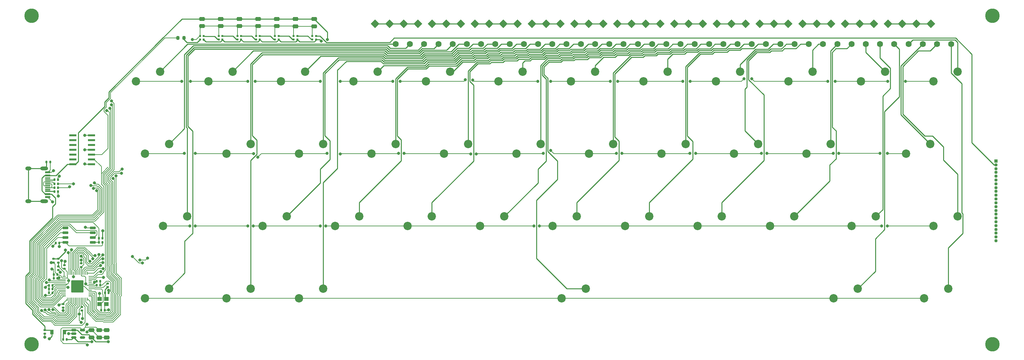
<source format=gtl>
G04 #@! TF.GenerationSoftware,KiCad,Pcbnew,(6.0.4)*
G04 #@! TF.CreationDate,2022-06-01T02:41:53-07:00*
G04 #@! TF.ProjectId,ditto,64697474-6f2e-46b6-9963-61645f706362,rev?*
G04 #@! TF.SameCoordinates,Original*
G04 #@! TF.FileFunction,Copper,L1,Top*
G04 #@! TF.FilePolarity,Positive*
%FSLAX46Y46*%
G04 Gerber Fmt 4.6, Leading zero omitted, Abs format (unit mm)*
G04 Created by KiCad (PCBNEW (6.0.4)) date 2022-06-01 02:41:53*
%MOMM*%
%LPD*%
G01*
G04 APERTURE LIST*
G04 Aperture macros list*
%AMRoundRect*
0 Rectangle with rounded corners*
0 $1 Rounding radius*
0 $2 $3 $4 $5 $6 $7 $8 $9 X,Y pos of 4 corners*
0 Add a 4 corners polygon primitive as box body*
4,1,4,$2,$3,$4,$5,$6,$7,$8,$9,$2,$3,0*
0 Add four circle primitives for the rounded corners*
1,1,$1+$1,$2,$3*
1,1,$1+$1,$4,$5*
1,1,$1+$1,$6,$7*
1,1,$1+$1,$8,$9*
0 Add four rect primitives between the rounded corners*
20,1,$1+$1,$2,$3,$4,$5,0*
20,1,$1+$1,$4,$5,$6,$7,0*
20,1,$1+$1,$6,$7,$8,$9,0*
20,1,$1+$1,$8,$9,$2,$3,0*%
%AMHorizOval*
0 Thick line with rounded ends*
0 $1 width*
0 $2 $3 position (X,Y) of the first rounded end (center of the circle)*
0 $4 $5 position (X,Y) of the second rounded end (center of the circle)*
0 Add line between two ends*
20,1,$1,$2,$3,$4,$5,0*
0 Add two circle primitives to create the rounded ends*
1,1,$1,$2,$3*
1,1,$1,$4,$5*%
%AMRotRect*
0 Rectangle, with rotation*
0 The origin of the aperture is its center*
0 $1 length*
0 $2 width*
0 $3 Rotation angle, in degrees counterclockwise*
0 Add horizontal line*
21,1,$1,$2,0,0,$3*%
G04 Aperture macros list end*
G04 #@! TA.AperFunction,SMDPad,CuDef*
%ADD10R,1.981200X0.558800*%
G04 #@! TD*
G04 #@! TA.AperFunction,ComponentPad*
%ADD11C,2.200000*%
G04 #@! TD*
G04 #@! TA.AperFunction,SMDPad,CuDef*
%ADD12R,0.900000X1.200000*%
G04 #@! TD*
G04 #@! TA.AperFunction,ComponentPad*
%ADD13RotRect,1.600000X1.600000X315.000000*%
G04 #@! TD*
G04 #@! TA.AperFunction,ComponentPad*
%ADD14HorizOval,1.600000X0.000000X0.000000X0.000000X0.000000X0*%
G04 #@! TD*
G04 #@! TA.AperFunction,SMDPad,CuDef*
%ADD15RoundRect,0.140000X-0.170000X0.140000X-0.170000X-0.140000X0.170000X-0.140000X0.170000X0.140000X0*%
G04 #@! TD*
G04 #@! TA.AperFunction,SMDPad,CuDef*
%ADD16RoundRect,0.140000X0.140000X0.170000X-0.140000X0.170000X-0.140000X-0.170000X0.140000X-0.170000X0*%
G04 #@! TD*
G04 #@! TA.AperFunction,SMDPad,CuDef*
%ADD17RoundRect,0.250000X-0.475000X0.250000X-0.475000X-0.250000X0.475000X-0.250000X0.475000X0.250000X0*%
G04 #@! TD*
G04 #@! TA.AperFunction,SMDPad,CuDef*
%ADD18RoundRect,0.140000X-0.140000X-0.170000X0.140000X-0.170000X0.140000X0.170000X-0.140000X0.170000X0*%
G04 #@! TD*
G04 #@! TA.AperFunction,SMDPad,CuDef*
%ADD19R,0.550000X0.550000*%
G04 #@! TD*
G04 #@! TA.AperFunction,SMDPad,CuDef*
%ADD20RoundRect,0.250000X0.475000X-0.250000X0.475000X0.250000X-0.475000X0.250000X-0.475000X-0.250000X0*%
G04 #@! TD*
G04 #@! TA.AperFunction,ComponentPad*
%ADD21R,0.850000X0.850000*%
G04 #@! TD*
G04 #@! TA.AperFunction,ComponentPad*
%ADD22O,0.850000X0.850000*%
G04 #@! TD*
G04 #@! TA.AperFunction,SMDPad,CuDef*
%ADD23RoundRect,0.050000X0.050000X-0.387500X0.050000X0.387500X-0.050000X0.387500X-0.050000X-0.387500X0*%
G04 #@! TD*
G04 #@! TA.AperFunction,SMDPad,CuDef*
%ADD24RoundRect,0.050000X0.387500X-0.050000X0.387500X0.050000X-0.387500X0.050000X-0.387500X-0.050000X0*%
G04 #@! TD*
G04 #@! TA.AperFunction,ComponentPad*
%ADD25C,0.600000*%
G04 #@! TD*
G04 #@! TA.AperFunction,SMDPad,CuDef*
%ADD26RoundRect,0.144000X1.456000X-1.456000X1.456000X1.456000X-1.456000X1.456000X-1.456000X-1.456000X0*%
G04 #@! TD*
G04 #@! TA.AperFunction,SMDPad,CuDef*
%ADD27RoundRect,0.150000X0.650000X0.150000X-0.650000X0.150000X-0.650000X-0.150000X0.650000X-0.150000X0*%
G04 #@! TD*
G04 #@! TA.AperFunction,SMDPad,CuDef*
%ADD28RoundRect,0.140000X0.170000X-0.140000X0.170000X0.140000X-0.170000X0.140000X-0.170000X-0.140000X0*%
G04 #@! TD*
G04 #@! TA.AperFunction,SMDPad,CuDef*
%ADD29R,1.150000X1.000000*%
G04 #@! TD*
G04 #@! TA.AperFunction,ComponentPad*
%ADD30C,3.800000*%
G04 #@! TD*
G04 #@! TA.AperFunction,SMDPad,CuDef*
%ADD31RoundRect,0.200000X0.200000X0.275000X-0.200000X0.275000X-0.200000X-0.275000X0.200000X-0.275000X0*%
G04 #@! TD*
G04 #@! TA.AperFunction,SMDPad,CuDef*
%ADD32RoundRect,0.150000X-0.512500X-0.150000X0.512500X-0.150000X0.512500X0.150000X-0.512500X0.150000X0*%
G04 #@! TD*
G04 #@! TA.AperFunction,SMDPad,CuDef*
%ADD33R,1.450000X0.600000*%
G04 #@! TD*
G04 #@! TA.AperFunction,SMDPad,CuDef*
%ADD34R,1.450000X0.300000*%
G04 #@! TD*
G04 #@! TA.AperFunction,ComponentPad*
%ADD35O,1.600000X1.000000*%
G04 #@! TD*
G04 #@! TA.AperFunction,ComponentPad*
%ADD36O,2.100000X1.000000*%
G04 #@! TD*
G04 #@! TA.AperFunction,ViaPad*
%ADD37C,0.800000*%
G04 #@! TD*
G04 #@! TA.AperFunction,Conductor*
%ADD38C,0.200000*%
G04 #@! TD*
G04 #@! TA.AperFunction,Conductor*
%ADD39C,0.250000*%
G04 #@! TD*
G04 APERTURE END LIST*
D10*
X120963800Y-159310000D03*
X120963800Y-158040000D03*
X120963800Y-156770000D03*
X120963800Y-155500000D03*
X120963800Y-154230000D03*
X120963800Y-152960000D03*
X120963800Y-151690000D03*
X116036200Y-151690000D03*
X116036200Y-152960000D03*
X116036200Y-154230000D03*
X116036200Y-155500000D03*
X116036200Y-156770000D03*
X116036200Y-158040000D03*
X116036200Y-159310000D03*
D11*
X219950000Y-154000000D03*
X213600000Y-156540000D03*
D12*
X113900000Y-203500000D03*
X110600000Y-203500000D03*
D11*
X200900000Y-154000000D03*
X194550000Y-156540000D03*
X234237500Y-134950000D03*
X227887500Y-137490000D03*
D13*
X206750216Y-122305924D03*
D14*
X212138370Y-127694078D03*
D11*
X250906250Y-192100000D03*
X244556250Y-194640000D03*
D13*
X330279125Y-122305924D03*
D14*
X335667279Y-127694078D03*
D15*
X113550000Y-196157500D03*
X113550000Y-197117500D03*
D16*
X112030000Y-188400000D03*
X111070000Y-188400000D03*
D13*
X199263616Y-122305924D03*
D14*
X204651770Y-127694078D03*
D16*
X114480000Y-205500000D03*
X113520000Y-205500000D03*
D13*
X315305924Y-122305924D03*
D14*
X320694078Y-127694078D03*
D15*
X112250000Y-186270000D03*
X112250000Y-187230000D03*
D13*
X334022425Y-122305924D03*
D14*
X339410579Y-127694078D03*
D17*
X159833332Y-121050000D03*
X159833332Y-122950000D03*
D11*
X215187500Y-134950000D03*
X208837500Y-137490000D03*
X239000000Y-154000000D03*
X232650000Y-156540000D03*
X348537500Y-134950000D03*
X342187500Y-137490000D03*
D17*
X125000000Y-203050000D03*
X125000000Y-204950000D03*
D18*
X123520000Y-197750000D03*
X124480000Y-197750000D03*
D19*
X164274998Y-126475000D03*
X165224998Y-126475000D03*
X165224998Y-125525000D03*
X164274998Y-125525000D03*
D11*
X329487500Y-134950000D03*
X323137500Y-137490000D03*
D13*
X292846122Y-122305924D03*
D14*
X298234276Y-127694078D03*
D13*
X262899720Y-122305924D03*
D14*
X268287874Y-127694078D03*
D13*
X337765725Y-122305924D03*
D14*
X343153879Y-127694078D03*
D13*
X326535825Y-122305924D03*
D14*
X331923979Y-127694078D03*
D13*
X277872921Y-122305924D03*
D14*
X283261075Y-127694078D03*
D13*
X341509026Y-122305924D03*
D14*
X346897180Y-127694078D03*
D13*
X229210018Y-122305924D03*
D14*
X234598172Y-127694078D03*
D19*
X179025000Y-126475000D03*
X179975000Y-126475000D03*
X179975000Y-125525000D03*
X179025000Y-125525000D03*
D20*
X121000000Y-204950000D03*
X121000000Y-203050000D03*
D11*
X162800000Y-192100000D03*
X156450000Y-194640000D03*
D15*
X108750000Y-203020000D03*
X108750000Y-203980000D03*
D13*
X266643020Y-122305924D03*
D14*
X272031174Y-127694078D03*
D15*
X112250000Y-184270000D03*
X112250000Y-185230000D03*
D19*
X159358332Y-126475000D03*
X160308332Y-126475000D03*
X160308332Y-125525000D03*
X159358332Y-125525000D03*
D11*
X141368750Y-154000000D03*
X135018750Y-156540000D03*
D21*
X358625000Y-158500000D03*
D22*
X358625000Y-159500000D03*
X358625000Y-160500000D03*
X358625000Y-161500000D03*
X358625000Y-162500000D03*
X358625000Y-163500000D03*
X358625000Y-164500000D03*
X358625000Y-165500000D03*
X358625000Y-166500000D03*
X358625000Y-167500000D03*
X358625000Y-168500000D03*
X358625000Y-169500000D03*
X358625000Y-170500000D03*
X358625000Y-171500000D03*
X358625000Y-172500000D03*
X358625000Y-173500000D03*
X358625000Y-174500000D03*
X358625000Y-175500000D03*
X358625000Y-176500000D03*
X358625000Y-177500000D03*
X358625000Y-178500000D03*
X358625000Y-179500000D03*
D13*
X307819323Y-122305924D03*
D14*
X313207477Y-127694078D03*
D13*
X251669819Y-122305924D03*
D14*
X257057973Y-127694078D03*
D11*
X210425000Y-173050000D03*
X204075000Y-175590000D03*
D23*
X114650000Y-194937500D03*
X115050000Y-194937500D03*
X115450000Y-194937500D03*
X115850000Y-194937500D03*
X116250000Y-194937500D03*
X116650000Y-194937500D03*
X117050000Y-194937500D03*
X117450000Y-194937500D03*
X117850000Y-194937500D03*
X118250000Y-194937500D03*
X118650000Y-194937500D03*
X119050000Y-194937500D03*
X119450000Y-194937500D03*
X119850000Y-194937500D03*
D24*
X120687500Y-194100000D03*
X120687500Y-193700000D03*
X120687500Y-193300000D03*
X120687500Y-192900000D03*
X120687500Y-192500000D03*
X120687500Y-192100000D03*
X120687500Y-191700000D03*
X120687500Y-191300000D03*
X120687500Y-190900000D03*
X120687500Y-190500000D03*
X120687500Y-190100000D03*
X120687500Y-189700000D03*
X120687500Y-189300000D03*
X120687500Y-188900000D03*
D23*
X119850000Y-188062500D03*
X119450000Y-188062500D03*
X119050000Y-188062500D03*
X118650000Y-188062500D03*
X118250000Y-188062500D03*
X117850000Y-188062500D03*
X117450000Y-188062500D03*
X117050000Y-188062500D03*
X116650000Y-188062500D03*
X116250000Y-188062500D03*
X115850000Y-188062500D03*
X115450000Y-188062500D03*
X115050000Y-188062500D03*
X114650000Y-188062500D03*
D24*
X113812500Y-188900000D03*
X113812500Y-189300000D03*
X113812500Y-189700000D03*
X113812500Y-190100000D03*
X113812500Y-190500000D03*
X113812500Y-190900000D03*
X113812500Y-191300000D03*
X113812500Y-191700000D03*
X113812500Y-192100000D03*
X113812500Y-192500000D03*
X113812500Y-192900000D03*
X113812500Y-193300000D03*
X113812500Y-193700000D03*
X113812500Y-194100000D03*
D25*
X117250000Y-190225000D03*
X118525000Y-190225000D03*
X117250000Y-191500000D03*
X115975000Y-191500000D03*
X117250000Y-192775000D03*
X115975000Y-192775000D03*
X118525000Y-192775000D03*
D26*
X117250000Y-191500000D03*
D25*
X115975000Y-190225000D03*
X118525000Y-191500000D03*
D18*
X111260000Y-164550000D03*
X112220000Y-164550000D03*
D13*
X217980117Y-122305924D03*
D14*
X223368271Y-127694078D03*
D19*
X169191664Y-126475000D03*
X170141664Y-126475000D03*
X170141664Y-125525000D03*
X169191664Y-125525000D03*
D18*
X124520000Y-193250000D03*
X125480000Y-193250000D03*
D19*
X174108330Y-126475000D03*
X175058330Y-126475000D03*
X175058330Y-125525000D03*
X174108330Y-125525000D03*
D13*
X232953318Y-122305924D03*
D14*
X238341472Y-127694078D03*
D16*
X110730000Y-191237500D03*
X109770000Y-191237500D03*
D11*
X305675000Y-173050000D03*
X299325000Y-175590000D03*
D18*
X122310000Y-191200000D03*
X123270000Y-191200000D03*
D13*
X322792524Y-122305924D03*
D14*
X328180678Y-127694078D03*
D13*
X203006916Y-122305924D03*
D14*
X208395070Y-127694078D03*
D11*
X286625000Y-173050000D03*
X280275000Y-175590000D03*
X341393750Y-154000000D03*
X335043750Y-156540000D03*
D13*
X285359522Y-122305924D03*
D14*
X290747676Y-127694078D03*
D13*
X247926519Y-122305924D03*
D14*
X253314673Y-127694078D03*
D15*
X118480000Y-196940000D03*
X118480000Y-197900000D03*
D18*
X122940000Y-178850000D03*
X123900000Y-178850000D03*
D27*
X121350000Y-179905000D03*
X121350000Y-178635000D03*
X121350000Y-177365000D03*
X121350000Y-176095000D03*
X114150000Y-176095000D03*
X114150000Y-177365000D03*
X114150000Y-178635000D03*
X114150000Y-179905000D03*
D11*
X253287500Y-134950000D03*
X246937500Y-137490000D03*
X141368750Y-192100000D03*
X135018750Y-194640000D03*
X348537500Y-173050000D03*
X342187500Y-175590000D03*
X196137500Y-134950000D03*
X189787500Y-137490000D03*
D16*
X123900000Y-179910000D03*
X122940000Y-179910000D03*
D13*
X304076023Y-122305924D03*
D14*
X309464177Y-127694078D03*
D11*
X158037500Y-134950000D03*
X151687500Y-137490000D03*
D28*
X111000000Y-185230000D03*
X111000000Y-184270000D03*
D11*
X315200000Y-154000000D03*
X308850000Y-156540000D03*
D19*
X149525000Y-126475000D03*
X150475000Y-126475000D03*
X150475000Y-125525000D03*
X149525000Y-125525000D03*
D13*
X214236817Y-122305924D03*
D14*
X219624971Y-127694078D03*
D13*
X281616221Y-122305924D03*
D14*
X287004375Y-127694078D03*
D11*
X162800000Y-154000000D03*
X156450000Y-156540000D03*
D16*
X112220000Y-166550000D03*
X111260000Y-166550000D03*
D28*
X113850000Y-186880000D03*
X113850000Y-185920000D03*
D15*
X125200000Y-190720000D03*
X125200000Y-191680000D03*
D13*
X296589422Y-122305924D03*
D14*
X301977576Y-127694078D03*
D29*
X124875000Y-194800000D03*
X123125000Y-194800000D03*
X123125000Y-196200000D03*
X124875000Y-196200000D03*
D17*
X123000000Y-203050000D03*
X123000000Y-204950000D03*
D13*
X240439918Y-122305924D03*
D14*
X245828072Y-127694078D03*
D30*
X357750000Y-206750000D03*
D13*
X236696618Y-122305924D03*
D14*
X242084772Y-127694078D03*
D11*
X327106250Y-173050000D03*
X320756250Y-175590000D03*
D13*
X270386321Y-122305924D03*
D14*
X275774475Y-127694078D03*
D11*
X296150000Y-154000000D03*
X289800000Y-156540000D03*
X346156250Y-192100000D03*
X339806250Y-194640000D03*
X229475000Y-173050000D03*
X223125000Y-175590000D03*
X248525000Y-173050000D03*
X242175000Y-175590000D03*
D17*
X164750000Y-121050000D03*
X164750000Y-122950000D03*
D13*
X274129621Y-122305924D03*
D14*
X279517775Y-127694078D03*
D13*
X300332723Y-122305924D03*
D14*
X305720877Y-127694078D03*
D11*
X322343750Y-192100000D03*
X315993750Y-194640000D03*
X172325000Y-173050000D03*
X165975000Y-175590000D03*
D13*
X289102822Y-122305924D03*
D14*
X294490976Y-127694078D03*
D19*
X154441666Y-126475000D03*
X155391666Y-126475000D03*
X155391666Y-125525000D03*
X154441666Y-125525000D03*
D11*
X272337500Y-134950000D03*
X265987500Y-137490000D03*
D13*
X195520315Y-122305924D03*
D14*
X200908469Y-127694078D03*
D11*
X146131250Y-173050000D03*
X139781250Y-175590000D03*
D31*
X145325000Y-126100000D03*
X143675000Y-126100000D03*
D13*
X210493516Y-122305924D03*
D14*
X215881670Y-127694078D03*
D11*
X191375000Y-173050000D03*
X185025000Y-175590000D03*
D13*
X311562623Y-122305924D03*
D14*
X316950777Y-127694078D03*
D11*
X277100000Y-154000000D03*
X270750000Y-156540000D03*
X267575000Y-173050000D03*
X261225000Y-175590000D03*
D28*
X118270000Y-186417500D03*
X118270000Y-185457500D03*
D13*
X319049224Y-122305924D03*
D14*
X324437378Y-127694078D03*
D11*
X177087500Y-134950000D03*
X170737500Y-137490000D03*
D17*
X150000000Y-121050000D03*
X150000000Y-122950000D03*
D13*
X259156420Y-122305924D03*
D14*
X264544574Y-127694078D03*
D16*
X112220000Y-163450000D03*
X111260000Y-163450000D03*
D11*
X291387500Y-134950000D03*
X285037500Y-137490000D03*
X258050000Y-154000000D03*
X251700000Y-156540000D03*
D16*
X110730000Y-192237500D03*
X109770000Y-192237500D03*
X112030000Y-189437500D03*
X111070000Y-189437500D03*
D13*
X255413120Y-122305924D03*
D14*
X260801274Y-127694078D03*
D13*
X221723417Y-122305924D03*
D14*
X227111571Y-127694078D03*
D17*
X179500000Y-121100000D03*
X179500000Y-123000000D03*
D16*
X110120000Y-158750000D03*
X109160000Y-158750000D03*
D32*
X116312500Y-203050000D03*
X116312500Y-204000000D03*
X116312500Y-204950000D03*
X118587500Y-204950000D03*
X118587500Y-203050000D03*
D11*
X181850000Y-154000000D03*
X175500000Y-156540000D03*
D13*
X244183219Y-122305924D03*
D14*
X249571373Y-127694078D03*
D16*
X112530000Y-180100000D03*
X111570000Y-180100000D03*
D17*
X174583330Y-121100000D03*
X174583330Y-123000000D03*
D11*
X181850000Y-192100000D03*
X175500000Y-194640000D03*
D18*
X122310000Y-190200000D03*
X123270000Y-190200000D03*
D16*
X110730000Y-193237500D03*
X109770000Y-193237500D03*
D11*
X138987500Y-134950000D03*
X132637500Y-137490000D03*
X310437500Y-134950000D03*
X304087500Y-137490000D03*
D13*
X225466717Y-122305924D03*
D14*
X230854871Y-127694078D03*
D30*
X357750000Y-120250000D03*
X105250000Y-206750000D03*
X105250000Y-120250000D03*
D17*
X169666664Y-121050000D03*
X169666664Y-122950000D03*
D33*
X109485000Y-161500000D03*
X109485000Y-162300000D03*
D34*
X109485000Y-163500000D03*
X109485000Y-164500000D03*
X109485000Y-165000000D03*
X109485000Y-166000000D03*
D33*
X109485000Y-167200000D03*
X109485000Y-168000000D03*
X109485000Y-168000000D03*
X109485000Y-167200000D03*
D34*
X109485000Y-166500000D03*
X109485000Y-165500000D03*
X109485000Y-164000000D03*
X109485000Y-163000000D03*
D33*
X109485000Y-162300000D03*
X109485000Y-161500000D03*
D35*
X104390000Y-160430000D03*
X104390000Y-169070000D03*
D36*
X108570000Y-169070000D03*
X108570000Y-160430000D03*
D18*
X111260000Y-165550000D03*
X112220000Y-165550000D03*
D17*
X154916666Y-121050000D03*
X154916666Y-122950000D03*
D37*
X119200000Y-151700000D03*
X119200000Y-155500000D03*
X119200000Y-159300000D03*
X121780000Y-190399500D03*
X108910000Y-193860000D03*
X112399096Y-189273119D03*
X114783762Y-191765266D03*
X114069733Y-184884441D03*
X118600000Y-200000000D03*
X118260000Y-184540000D03*
X110600000Y-186910000D03*
X112500000Y-162500000D03*
X147500000Y-126520058D03*
X115000000Y-204000000D03*
X112250000Y-167750000D03*
X113550000Y-197840000D03*
X119780516Y-203514084D03*
X111000000Y-161000000D03*
X108750000Y-204880000D03*
X123110000Y-193400000D03*
X119350000Y-175940000D03*
X125471043Y-192552565D03*
X110750000Y-169250000D03*
X110820000Y-180910000D03*
X125460000Y-197700000D03*
X112781919Y-187814769D03*
X108849500Y-191750000D03*
X110410000Y-185230000D03*
X118260000Y-183540497D03*
X118292419Y-201029078D03*
X113078775Y-184754029D03*
X114950000Y-190030000D03*
X119873924Y-206902636D03*
X117796139Y-198800000D03*
X112400000Y-196400000D03*
X112540000Y-181050000D03*
X119760000Y-201540000D03*
X119449500Y-190879012D03*
X181315422Y-126884578D03*
X182990020Y-126509980D03*
X109870000Y-205350000D03*
X125350000Y-206049500D03*
X123910980Y-176840000D03*
X124121915Y-189131097D03*
X114851461Y-182610000D03*
X115712137Y-181843614D03*
X133660000Y-184559500D03*
X121940000Y-183420000D03*
X135749872Y-184030628D03*
X116254332Y-188999877D03*
X121353209Y-184241032D03*
X134360000Y-185312423D03*
X120587125Y-184882997D03*
X131780000Y-183680000D03*
X122913403Y-183175507D03*
X123910980Y-183237511D03*
X123910980Y-184237014D03*
X123910980Y-185236517D03*
X123337700Y-186055267D03*
X124020167Y-186837038D03*
X123440000Y-187660000D03*
X121789249Y-164264764D03*
X120858117Y-164950453D03*
X121503365Y-165713775D03*
X122312900Y-166300000D03*
X127400000Y-162400000D03*
X126693245Y-163106755D03*
X128849011Y-161700000D03*
X129023540Y-160600000D03*
X109116737Y-190535126D03*
X115250000Y-165250000D03*
X109867151Y-189800500D03*
X116250000Y-164500000D03*
X126271840Y-142700000D03*
X126200500Y-143708702D03*
X125800980Y-144632121D03*
X124964391Y-145179043D03*
X221124020Y-137200000D03*
X202074020Y-137500000D03*
X292475500Y-136800000D03*
X241598531Y-137500000D03*
X259224020Y-137500000D03*
X181125500Y-137500000D03*
X110817878Y-197657122D03*
X147013540Y-137500000D03*
X219225500Y-137100000D03*
X144665500Y-137500000D03*
X330187511Y-137500000D03*
X294449219Y-136824620D03*
X278274020Y-137500000D03*
X316374020Y-137500000D03*
X186339021Y-137500000D03*
X276375500Y-137500000D03*
X314475500Y-137500000D03*
X162075500Y-137500000D03*
X164002359Y-137500000D03*
X334875561Y-137500000D03*
X257325500Y-137500000D03*
X200175500Y-137500000D03*
X238275500Y-137500000D03*
X148280261Y-156500000D03*
X278250500Y-156500000D03*
X258900500Y-156500000D03*
X164682299Y-157482299D03*
X145406750Y-156500000D03*
X201650500Y-156500000D03*
X260349500Y-156500000D03*
X239700011Y-156500000D03*
X279699500Y-156500000D03*
X298424500Y-156500000D03*
X109818376Y-197656129D03*
X182905500Y-156500000D03*
X222100000Y-156600000D03*
X330074020Y-156500000D03*
X328175500Y-156500000D03*
X241611474Y-155686876D03*
X186339021Y-156600000D03*
X296975500Y-156500000D03*
X220650011Y-156600000D03*
X317349011Y-156500000D03*
X315900000Y-156500000D03*
X163557701Y-156557701D03*
X203099500Y-156500000D03*
X238700000Y-175600000D03*
X330074020Y-175600000D03*
X148280261Y-175600000D03*
X237200500Y-175600000D03*
X181125500Y-175600000D03*
X146831261Y-175600000D03*
X163524500Y-175600000D03*
X182574500Y-175600000D03*
X162075500Y-175600000D03*
X108820732Y-197717055D03*
X328625020Y-175600000D03*
X107827784Y-197831328D03*
X114112634Y-181936844D03*
X121070000Y-206049500D03*
D38*
X119210000Y-151690000D02*
X119200000Y-151700000D01*
X120963800Y-151690000D02*
X119210000Y-151690000D01*
X120963800Y-155500000D02*
X119200000Y-155500000D01*
X119210000Y-159310000D02*
X119200000Y-159300000D01*
X120963800Y-159310000D02*
X119210000Y-159310000D01*
D39*
X116036200Y-159310000D02*
X116747400Y-159310000D01*
X116747400Y-159310000D02*
X117500000Y-158557400D01*
X117500000Y-158557400D02*
X117500000Y-151053813D01*
X117500000Y-151053813D02*
X123840361Y-144713452D01*
D38*
X120963800Y-156770000D02*
X123730000Y-156770000D01*
X124882254Y-144271921D02*
X124882254Y-143100327D01*
X125982092Y-142000489D02*
X125982092Y-140442908D01*
X123730000Y-156770000D02*
X125301920Y-155198080D01*
X125301920Y-155198080D02*
X125301920Y-146505831D01*
X124264880Y-144889295D02*
X124882254Y-144271921D01*
X125301920Y-146505831D02*
X124264880Y-145468791D01*
X124264880Y-145468791D02*
X124264880Y-144889295D01*
X124882254Y-143100327D02*
X125982092Y-142000489D01*
X125982092Y-140442908D02*
X140325000Y-126100000D01*
X140325000Y-126100000D02*
X143675000Y-126100000D01*
X123596620Y-161824085D02*
X123596620Y-159961620D01*
X123596620Y-159961620D02*
X121675000Y-158040000D01*
X121675000Y-158040000D02*
X120963800Y-158040000D01*
D39*
X112199897Y-161775489D02*
X114665386Y-159310000D01*
X114665386Y-159310000D02*
X116036200Y-159310000D01*
D38*
X110730000Y-193237500D02*
X110730000Y-193170000D01*
X110730000Y-193237500D02*
X111309520Y-192657980D01*
X120687500Y-190900000D02*
X121610000Y-190900000D01*
X111309520Y-192225445D02*
X111309520Y-192080480D01*
X112292500Y-189700000D02*
X113812500Y-189700000D01*
X122310000Y-190200000D02*
X121979500Y-190200000D01*
X112030000Y-189437500D02*
X112234715Y-189437500D01*
X122310000Y-190200000D02*
X122338425Y-190200000D01*
X112030000Y-189437500D02*
X112292500Y-189700000D01*
X121610000Y-190900000D02*
X122310000Y-190200000D01*
X112234715Y-189437500D02*
X112399096Y-189273119D01*
X110107500Y-193860000D02*
X108910000Y-193860000D01*
X110730000Y-193237500D02*
X110107500Y-193860000D01*
X111309520Y-192080480D02*
X111690480Y-191699520D01*
X111690480Y-191699520D02*
X113810000Y-191699520D01*
X113812500Y-191700000D02*
X114718496Y-191700000D01*
X121979500Y-190200000D02*
X121780000Y-190399500D01*
X111309520Y-192657980D02*
X111309520Y-192225445D01*
X114718496Y-191700000D02*
X114783762Y-191765266D01*
X118270000Y-184550000D02*
X118260000Y-184540000D01*
X109770000Y-191237500D02*
X109362000Y-191237500D01*
X174583330Y-123000000D02*
X174108330Y-123475000D01*
X121350000Y-176095000D02*
X119505000Y-176095000D01*
X125650000Y-190137500D02*
X126050000Y-190537500D01*
X120244600Y-203050000D02*
X119780516Y-203514084D01*
X118480000Y-197900000D02*
X118600000Y-198020000D01*
X109485000Y-161500000D02*
X110270000Y-161500000D01*
X148479942Y-126520058D02*
X147500000Y-126520058D01*
X125480000Y-193250000D02*
X125480000Y-192561522D01*
X154916666Y-123000000D02*
X154441666Y-123475000D01*
X116312500Y-204000000D02*
X115000000Y-204000000D01*
X109362000Y-191237500D02*
X108849500Y-191750000D01*
X109485000Y-161500000D02*
X110120000Y-160865000D01*
X112220000Y-163450000D02*
X112220000Y-162780000D01*
X110500000Y-161500000D02*
X111000000Y-161000000D01*
X159833332Y-123000000D02*
X159358332Y-123475000D01*
X123125000Y-194800000D02*
X123125000Y-193415000D01*
X124480000Y-197750000D02*
X124480000Y-196595000D01*
X121000000Y-203050000D02*
X120244600Y-203050000D01*
X125480000Y-192561522D02*
X125471043Y-192552565D01*
X150000000Y-123050000D02*
X149525000Y-123525000D01*
X118600000Y-198020000D02*
X118600000Y-200000000D01*
X111570000Y-180100000D02*
X111570000Y-180160000D01*
X112250000Y-187230000D02*
X112250000Y-187282850D01*
X124480000Y-196595000D02*
X124875000Y-196200000D01*
X179025000Y-123475000D02*
X179025000Y-125575000D01*
X121100000Y-203050000D02*
X123000000Y-204950000D01*
X159833332Y-122950000D02*
X164750000Y-122950000D01*
X154441666Y-123475000D02*
X154441666Y-125575000D01*
X148600000Y-126400000D02*
X148479942Y-126520058D01*
X126050000Y-190537500D02*
X126050000Y-192680000D01*
X113550000Y-197117500D02*
X113550000Y-197840000D01*
X169191664Y-123475000D02*
X169191664Y-125575000D01*
X169666664Y-122950000D02*
X174533330Y-122950000D01*
X109770000Y-191237500D02*
X109770000Y-193237500D01*
X111570000Y-180160000D02*
X110820000Y-180910000D01*
X125410000Y-197750000D02*
X125460000Y-197700000D01*
X109485000Y-161500000D02*
X110500000Y-161500000D01*
X121000000Y-203050000D02*
X121100000Y-203050000D01*
X118270000Y-185457500D02*
X118270000Y-184550000D01*
X123270000Y-190200000D02*
X123270000Y-191200000D01*
X111070000Y-188400000D02*
X111020960Y-188350960D01*
X112220000Y-162780000D02*
X112500000Y-162500000D01*
X164750000Y-122950000D02*
X169666664Y-122950000D01*
X149525000Y-123525000D02*
X149525000Y-125625000D01*
X149525000Y-125525000D02*
X149475000Y-125525000D01*
X150000000Y-122950000D02*
X154916666Y-122950000D01*
X164749998Y-123000000D02*
X164274998Y-123475000D01*
X111020960Y-187030000D02*
X110900960Y-186910000D01*
X174583330Y-123000000D02*
X179500000Y-123000000D01*
X149475000Y-125525000D02*
X148600000Y-126400000D01*
X174108330Y-123475000D02*
X174108330Y-125575000D01*
X126050000Y-192680000D02*
X125480000Y-193250000D01*
X119505000Y-176095000D02*
X119350000Y-175940000D01*
X119110000Y-191500000D02*
X118525000Y-191500000D01*
X111070000Y-188400000D02*
X111070000Y-188270000D01*
X159358332Y-123475000D02*
X159358332Y-125575000D01*
X174533330Y-122950000D02*
X174583330Y-123000000D01*
X112220000Y-167720000D02*
X112250000Y-167750000D01*
X109485000Y-168000000D02*
X109500000Y-168000000D01*
X113850000Y-185104174D02*
X114069733Y-184884441D01*
X111070000Y-188400000D02*
X111070000Y-189437500D01*
X164274998Y-123475000D02*
X164274998Y-125575000D01*
X124850925Y-190137500D02*
X125650000Y-190137500D01*
X123000000Y-204950000D02*
X125000000Y-204950000D01*
X120110000Y-192500000D02*
X119110000Y-191500000D01*
X169666664Y-123000000D02*
X169191664Y-123475000D01*
X110120000Y-160865000D02*
X110120000Y-158750000D01*
X179500000Y-123000000D02*
X179025000Y-123475000D01*
X113850000Y-185920000D02*
X113850000Y-185104174D01*
X120687500Y-192500000D02*
X120110000Y-192500000D01*
X123125000Y-193415000D02*
X123110000Y-193400000D01*
X124480000Y-197750000D02*
X125410000Y-197750000D01*
X111020960Y-188350960D02*
X111020960Y-187030000D01*
X123270000Y-191200000D02*
X123788425Y-191200000D01*
X108750000Y-203980000D02*
X108750000Y-204880000D01*
X112220000Y-166550000D02*
X112220000Y-167720000D01*
X110900960Y-186910000D02*
X110600000Y-186910000D01*
X109500000Y-168000000D02*
X110750000Y-169250000D01*
X159833332Y-122950000D02*
X154916666Y-122950000D01*
X123788425Y-191200000D02*
X124850925Y-190137500D01*
X112250000Y-187282850D02*
X112781919Y-187814769D01*
X119120000Y-188799520D02*
X119449500Y-189129020D01*
X117987980Y-202450480D02*
X115410480Y-202450480D01*
X115410480Y-202450480D02*
X115410000Y-202450000D01*
X112940480Y-202810498D02*
X112940480Y-205860480D01*
X114650000Y-188062500D02*
X114650000Y-189300000D01*
X122210000Y-191300000D02*
X122310000Y-191200000D01*
X111470000Y-191300000D02*
X110730000Y-192040000D01*
X113550000Y-196037500D02*
X114650000Y-194937500D01*
X112530000Y-180100000D02*
X112530000Y-181040000D01*
X111000000Y-185230000D02*
X110410000Y-185230000D01*
X118250000Y-188062500D02*
X118250000Y-186617500D01*
X119387020Y-202250480D02*
X119387020Y-201912980D01*
X118270000Y-186417500D02*
X118959511Y-185727989D01*
X114620000Y-190900000D02*
X114950000Y-190570000D01*
X113812500Y-189300000D02*
X113280705Y-189300000D01*
X119449500Y-189129020D02*
X119449500Y-190879012D01*
X123900000Y-179910000D02*
X123900000Y-180636537D01*
X113812500Y-191300000D02*
X114220000Y-191300000D01*
X112725000Y-179905000D02*
X112530000Y-180100000D01*
X118455225Y-188799520D02*
X119120000Y-188799520D01*
X119387020Y-202250480D02*
X122200480Y-202250480D01*
X117796139Y-200532798D02*
X118292419Y-201029078D01*
X113075480Y-189094775D02*
X113075480Y-188870000D01*
X114650000Y-206580000D02*
X119551288Y-206580000D01*
X118587500Y-203050000D02*
X117987980Y-202450480D01*
X113550000Y-196157500D02*
X113550000Y-196037500D01*
X113550000Y-196157500D02*
X112642500Y-196157500D01*
X123900000Y-180636537D02*
X123693150Y-180843387D01*
X114220000Y-191300000D02*
X114950000Y-190570000D01*
X118480000Y-196940000D02*
X117796139Y-197623861D01*
X115088387Y-180843387D02*
X114150000Y-179905000D01*
X113660000Y-206580000D02*
X114650000Y-206580000D01*
X118250000Y-194937500D02*
X118250000Y-196710000D01*
X112030000Y-188400000D02*
X111420480Y-187790480D01*
X111067500Y-190900000D02*
X110730000Y-191237500D01*
X120687500Y-191300000D02*
X122210000Y-191300000D01*
X112940480Y-205860480D02*
X113660000Y-206580000D01*
X118959511Y-184240008D02*
X118260000Y-183540497D01*
X114950000Y-189600000D02*
X114650000Y-189300000D01*
X123693150Y-180843387D02*
X115088387Y-180843387D01*
X114650000Y-187680000D02*
X113850000Y-186880000D01*
X113850000Y-186880000D02*
X113830000Y-186900000D01*
X110730000Y-192040000D02*
X110730000Y-192237500D01*
X117796139Y-198800000D02*
X117796139Y-200532798D01*
X114950000Y-190570000D02*
X114950000Y-189600000D01*
X111420480Y-187790480D02*
X111420480Y-185650480D01*
X113107503Y-186562497D02*
X113078775Y-186533769D01*
X119387020Y-201912980D02*
X119760000Y-201540000D01*
X119870488Y-191300000D02*
X119449500Y-190879012D01*
X113812500Y-190900000D02*
X111067500Y-190900000D01*
X118587500Y-203050000D02*
X119387020Y-202250480D01*
X113280705Y-189300000D02*
X113075480Y-189094775D01*
X110730000Y-192237500D02*
X110730000Y-191237500D01*
X113075480Y-188870000D02*
X112719760Y-188514280D01*
X111420480Y-185650480D02*
X111000000Y-185230000D01*
X113078775Y-186533769D02*
X113078775Y-184754029D01*
X112144280Y-188514280D02*
X112030000Y-188400000D01*
X117796139Y-197623861D02*
X117796139Y-198800000D01*
X114650000Y-188062500D02*
X114650000Y-187680000D01*
X119551288Y-206580000D02*
X119873924Y-206902636D01*
X112530000Y-181040000D02*
X112540000Y-181050000D01*
X122200480Y-202250480D02*
X123000000Y-203050000D01*
X115410000Y-202450000D02*
X113300978Y-202450000D01*
X114650000Y-189300000D02*
X113812500Y-189300000D01*
X118250000Y-188062500D02*
X118250000Y-188594295D01*
X118959511Y-185727989D02*
X118959511Y-184240008D01*
X113445006Y-186900000D02*
X113107503Y-186562497D01*
X113812500Y-190900000D02*
X114620000Y-190900000D01*
X113300978Y-202450000D02*
X112940480Y-202810498D01*
X118250000Y-188594295D02*
X118455225Y-188799520D01*
X112642500Y-196157500D02*
X112400000Y-196400000D01*
X114950000Y-189600000D02*
X114950000Y-190030000D01*
X114150000Y-179905000D02*
X112725000Y-179905000D01*
X118250000Y-196710000D02*
X118480000Y-196940000D01*
X123000000Y-203050000D02*
X125000000Y-203050000D01*
X112719760Y-188514280D02*
X112144280Y-188514280D01*
X120687500Y-191300000D02*
X119870488Y-191300000D01*
X113830000Y-186900000D02*
X113445006Y-186900000D01*
X113812500Y-191300000D02*
X111470000Y-191300000D01*
X123900000Y-193550000D02*
X123900000Y-192500000D01*
X123520000Y-197750000D02*
X123520000Y-196595000D01*
X121822459Y-192209040D02*
X121713419Y-192100000D01*
X123125000Y-196200000D02*
X123399022Y-196200000D01*
X124000000Y-193650000D02*
X123900000Y-193550000D01*
X121713419Y-192100000D02*
X120687500Y-192100000D01*
X123900000Y-192500000D02*
X123609040Y-192209040D01*
X123609040Y-192209040D02*
X121822459Y-192209040D01*
X124000000Y-195599022D02*
X124000000Y-193650000D01*
X123520000Y-196595000D02*
X123125000Y-196200000D01*
X123399022Y-196200000D02*
X124000000Y-195599022D01*
D39*
X174625489Y-127074511D02*
X170741175Y-127074511D01*
X107915480Y-166325480D02*
X108790000Y-167200000D01*
X108750000Y-203020000D02*
X110120000Y-203020000D01*
X124457735Y-142924484D02*
X124457734Y-144096079D01*
X155391666Y-126608334D02*
X154925489Y-127074511D01*
X170741175Y-127074511D02*
X170141664Y-126475000D01*
X110120000Y-203020000D02*
X110600000Y-203500000D01*
X139312319Y-126512319D02*
X125557573Y-140267065D01*
X169666664Y-121050000D02*
X174533330Y-121050000D01*
X150000000Y-121050000D02*
X154916666Y-121050000D01*
X175657841Y-127074511D02*
X179525489Y-127074511D01*
X110600000Y-204620000D02*
X109870000Y-205350000D01*
X108589273Y-162300000D02*
X107915480Y-162973793D01*
X175058330Y-126641670D02*
X174625489Y-127074511D01*
X180905844Y-126475000D02*
X181315422Y-126884578D01*
X155391666Y-126475000D02*
X155391666Y-126608334D01*
X108790000Y-167200000D02*
X109485000Y-167200000D01*
X109485000Y-162300000D02*
X108589273Y-162300000D01*
X164750000Y-121050000D02*
X169666664Y-121050000D01*
X103728842Y-195978842D02*
X105505194Y-197755194D01*
X174583330Y-121100000D02*
X179500000Y-121100000D01*
X103728841Y-188683342D02*
X103728842Y-189035026D01*
X179525489Y-127074511D02*
X179975000Y-126625000D01*
X165824509Y-127074511D02*
X165224998Y-126475000D01*
X111474511Y-168214511D02*
X111474511Y-169775489D01*
X170141664Y-126475000D02*
X170141664Y-126558336D01*
X110460000Y-167200000D02*
X111474511Y-168214511D01*
X170141664Y-126558336D02*
X169625489Y-127074511D01*
X179975000Y-126475000D02*
X180905844Y-126475000D01*
X165224998Y-126575002D02*
X164725489Y-127074511D01*
X174533330Y-121050000D02*
X174583330Y-121100000D01*
X160907843Y-127074511D02*
X160308332Y-126475000D01*
X164725489Y-127074511D02*
X160907843Y-127074511D01*
X160308332Y-126591668D02*
X159825489Y-127074511D01*
X112199897Y-161775489D02*
X111675386Y-162300000D01*
X151074511Y-127074511D02*
X150475000Y-126475000D01*
X165224998Y-126475000D02*
X165224998Y-126575002D01*
X125557573Y-140267065D02*
X125557572Y-141824647D01*
X103728842Y-189035026D02*
X103728842Y-195978842D01*
X110600000Y-203500000D02*
X110600000Y-204620000D01*
X108750000Y-202050362D02*
X108750000Y-203020000D01*
X110750000Y-170500000D02*
X110750000Y-173479590D01*
X107915480Y-162973793D02*
X107915480Y-166325480D01*
X182990020Y-126509980D02*
X182990020Y-124590020D01*
X105505194Y-197755194D02*
X105505193Y-198805554D01*
X182990020Y-124590020D02*
X179500000Y-121100000D01*
X104717883Y-179511708D02*
X104717883Y-187694299D01*
X154916666Y-121050000D02*
X159833332Y-121050000D01*
X124457734Y-144096079D02*
X123840361Y-144713452D01*
X160308332Y-126475000D02*
X160308332Y-126591668D01*
X125557572Y-141824647D02*
X124457735Y-142924484D01*
X150000000Y-121050000D02*
X144774639Y-121050000D01*
X179975000Y-126625000D02*
X179975000Y-126475000D01*
X150475000Y-126475000D02*
X150475000Y-126724022D01*
X104717883Y-187694299D02*
X103728841Y-188683342D01*
X159825489Y-127074511D02*
X155991177Y-127074511D01*
X109485000Y-167200000D02*
X110460000Y-167200000D01*
X111675386Y-162300000D02*
X109485000Y-162300000D01*
X159833332Y-121050000D02*
X164750000Y-121050000D01*
X169625489Y-127074511D02*
X165824509Y-127074511D01*
X154925489Y-127074511D02*
X151074511Y-127074511D01*
X175058330Y-126475000D02*
X175058330Y-126641670D01*
X111474511Y-169775489D02*
X110750000Y-170500000D01*
X144774639Y-121050000D02*
X139312319Y-126512319D01*
X110750000Y-173479590D02*
X104717883Y-179511708D01*
X175058330Y-126475000D02*
X175657841Y-127074511D01*
X155991177Y-127074511D02*
X155391666Y-126475000D01*
X105505193Y-198805554D02*
X108750000Y-202050362D01*
X113520000Y-205500000D02*
X113520000Y-203880000D01*
X113900000Y-203500000D02*
X114350000Y-203050000D01*
X116312500Y-203050000D02*
X117253928Y-203050000D01*
X120300000Y-204250000D02*
X121000000Y-204950000D01*
X113520000Y-203880000D02*
X113900000Y-203500000D01*
X118453928Y-204250000D02*
X120300000Y-204250000D01*
X122099500Y-206049500D02*
X125350000Y-206049500D01*
X117253928Y-203050000D02*
X118453928Y-204250000D01*
X121000000Y-204950000D02*
X122099500Y-206049500D01*
X114350000Y-203050000D02*
X116312500Y-203050000D01*
D38*
X109485000Y-164500000D02*
X110410000Y-164500000D01*
X110390000Y-165500000D02*
X111210000Y-165500000D01*
X110590000Y-165300000D02*
X110390000Y-165500000D01*
X109485000Y-165500000D02*
X110390000Y-165500000D01*
X110590000Y-164680000D02*
X110590000Y-165300000D01*
X110410000Y-164500000D02*
X110590000Y-164680000D01*
X111210000Y-165500000D02*
X111260000Y-165550000D01*
X109485000Y-165000000D02*
X108510978Y-165000000D01*
X108340000Y-164829022D02*
X108340000Y-164150000D01*
X108490000Y-164000000D02*
X109485000Y-164000000D01*
X108510978Y-165000000D02*
X108340000Y-164829022D01*
X109485000Y-164000000D02*
X110710000Y-164000000D01*
X110710000Y-164000000D02*
X111260000Y-164550000D01*
X108340000Y-164150000D02*
X108490000Y-164000000D01*
D39*
X153292644Y-125625000D02*
X154192644Y-126525000D01*
X150475000Y-125625000D02*
X153292644Y-125625000D01*
X154192644Y-126525000D02*
X154441666Y-126525000D01*
X155391666Y-125575000D02*
X158159310Y-125575000D01*
X158159310Y-125575000D02*
X159109310Y-126525000D01*
X159109310Y-126525000D02*
X159358332Y-126525000D01*
X163075976Y-125575000D02*
X164025976Y-126525000D01*
X164025976Y-126525000D02*
X164274998Y-126525000D01*
X160308332Y-125575000D02*
X163075976Y-125575000D01*
X123900000Y-178850000D02*
X123900000Y-176850980D01*
X123900000Y-176850980D02*
X123910980Y-176840000D01*
D38*
X106150960Y-193100000D02*
X106150962Y-189686612D01*
X113655030Y-194100000D02*
X113147514Y-194607515D01*
X107145673Y-188691901D02*
X107145673Y-180520655D01*
X122940000Y-176249284D02*
X122640358Y-175949642D01*
X113812500Y-194100000D02*
X113655030Y-194100000D01*
X106150960Y-194930972D02*
X106150960Y-193100000D01*
X122935000Y-179905000D02*
X122940000Y-179910000D01*
X106150962Y-189686612D02*
X107145673Y-188691901D01*
X121350000Y-179905000D02*
X122935000Y-179905000D01*
X111197918Y-196557110D02*
X107777095Y-196557107D01*
X122940000Y-178850000D02*
X122940000Y-176249284D01*
X107777095Y-196557107D02*
X106150960Y-194930972D01*
X122940000Y-178850000D02*
X122940000Y-179910000D01*
X107145673Y-180520655D02*
X107140000Y-180514982D01*
X121387157Y-174696440D02*
X122640358Y-175949642D01*
X113147514Y-194607515D02*
X111197918Y-196557110D01*
X107140000Y-180514982D02*
X112958542Y-174696440D01*
X112958542Y-174696440D02*
X121387157Y-174696440D01*
X124110480Y-191809520D02*
X121987945Y-191809520D01*
X121878425Y-191700000D02*
X120687500Y-191700000D01*
X121987945Y-191809520D02*
X121878425Y-191700000D01*
X125200000Y-190720000D02*
X124110480Y-191809520D01*
D39*
X165224998Y-125575000D02*
X167992642Y-125575000D01*
X167992642Y-125575000D02*
X168942642Y-126525000D01*
X168942642Y-126525000D02*
X169191664Y-126525000D01*
D38*
X113812500Y-193700000D02*
X113110000Y-193700000D01*
X106550481Y-189852099D02*
X107545193Y-188857387D01*
X113124028Y-175095960D02*
X115320967Y-175095961D01*
X106550480Y-194765486D02*
X106550481Y-189852099D01*
X116990486Y-176765480D02*
X122205480Y-176765480D01*
X111032433Y-196157590D02*
X110701460Y-196157589D01*
X122449520Y-177009520D02*
X122449520Y-177850480D01*
X112955298Y-194234726D02*
X111032433Y-196157590D01*
X107545193Y-180674795D02*
X113124028Y-175095960D01*
X107545193Y-188857387D02*
X107545193Y-180674795D01*
X122205480Y-176765480D02*
X122449520Y-177009520D01*
X113110000Y-193700000D02*
X112955299Y-193854701D01*
X115320967Y-175095961D02*
X116990486Y-176765480D01*
X121665000Y-178635000D02*
X121350000Y-178635000D01*
X107942582Y-196157588D02*
X106550480Y-194765486D01*
X112955299Y-193854701D02*
X112955298Y-194234726D01*
X110701460Y-196157589D02*
X107942582Y-196157588D01*
X122449520Y-177850480D02*
X121665000Y-178635000D01*
X107944712Y-180840282D02*
X113289514Y-175495480D01*
X115155480Y-175495480D02*
X117025000Y-177365000D01*
X112927524Y-193300000D02*
X112555779Y-193671745D01*
X106950000Y-194600000D02*
X106950000Y-190017586D01*
X112555778Y-194069240D02*
X110866947Y-195758070D01*
X108108069Y-195758069D02*
X106950000Y-194600000D01*
X107949759Y-189017827D02*
X107949759Y-186900000D01*
X113289514Y-175495480D02*
X115155480Y-175495480D01*
X110866947Y-195758070D02*
X109850000Y-195758069D01*
X109850000Y-195758069D02*
X108108069Y-195758069D01*
X117025000Y-177365000D02*
X121350000Y-177365000D01*
X106950000Y-190017586D02*
X107949759Y-189017827D01*
X107949759Y-186900000D02*
X107944711Y-186894952D01*
X113812500Y-193300000D02*
X112927524Y-193300000D01*
X107944711Y-186894952D02*
X107944712Y-180840282D01*
X112555779Y-193671745D02*
X112555778Y-194069240D01*
X112156259Y-193506259D02*
X112156259Y-193903753D01*
X107350000Y-190182592D02*
X108349279Y-189183313D01*
X108349279Y-186300000D02*
X108344231Y-186294952D01*
X110370489Y-195358549D02*
X108289278Y-195358549D01*
X108349279Y-189183313D02*
X108349279Y-186300000D01*
X112511541Y-192938458D02*
X112511541Y-193150977D01*
X112550000Y-192900000D02*
X112511541Y-192938458D01*
X108344231Y-186294952D02*
X108344231Y-181005769D01*
X110701462Y-195358550D02*
X110370489Y-195358549D01*
X112156259Y-193903753D02*
X110701462Y-195358550D01*
X108344231Y-181005769D02*
X113255000Y-176095000D01*
X113255000Y-176095000D02*
X114150000Y-176095000D01*
X108289278Y-195358549D02*
X107350000Y-194419271D01*
X107350000Y-194419271D02*
X107350000Y-190182592D01*
X112511541Y-193150977D02*
X112156259Y-193506259D01*
X113812500Y-192900000D02*
X112550000Y-192900000D01*
X113812500Y-192500000D02*
X112270000Y-192500000D01*
X110535976Y-194959030D02*
X108454765Y-194959030D01*
X112808419Y-177365000D02*
X114150000Y-177365000D01*
X112270000Y-192500000D02*
X112112023Y-192657977D01*
X108743750Y-181429669D02*
X112808419Y-177365000D01*
X108748799Y-181434718D02*
X108743750Y-181429669D01*
X107750480Y-194254745D02*
X107750481Y-190347117D01*
X107750481Y-190347117D02*
X108748799Y-189348799D01*
X111709039Y-193785967D02*
X110535976Y-194959030D01*
X111709040Y-193388472D02*
X111709039Y-193785967D01*
X108454765Y-194959030D02*
X107750480Y-194254745D01*
X112112023Y-192657977D02*
X112112022Y-192985490D01*
X108748799Y-189348799D02*
X108748799Y-181434718D01*
X112112022Y-192985490D02*
X111709040Y-193388472D01*
X110370489Y-194559511D02*
X108620252Y-194559511D01*
X108150000Y-194089259D02*
X108150000Y-190512604D01*
X113812500Y-192100000D02*
X111855006Y-192100000D01*
X109190480Y-189472124D02*
X109190480Y-181547945D01*
X111855006Y-192100000D02*
X111712503Y-192242503D01*
X111309520Y-193222986D02*
X111309520Y-193620480D01*
X111712503Y-192242503D02*
X111712503Y-192820003D01*
X108150000Y-190512604D02*
X109190480Y-189472124D01*
X111309520Y-193620480D02*
X110370489Y-194559511D01*
X112103425Y-178635000D02*
X114150000Y-178635000D01*
X111712503Y-192820003D02*
X111309520Y-193222986D01*
X108620252Y-194559511D02*
X108150000Y-194089259D01*
X109190480Y-181547945D02*
X112103425Y-178635000D01*
X122427945Y-189150480D02*
X124102532Y-189150480D01*
X121878425Y-189700000D02*
X122427945Y-189150480D01*
X124102532Y-189150480D02*
X124121915Y-189131097D01*
X120687500Y-189700000D02*
X121878425Y-189700000D01*
X115050000Y-188062500D02*
X115050000Y-186670000D01*
X115100000Y-186620000D02*
X115100000Y-182858539D01*
X115050000Y-186670000D02*
X115100000Y-186620000D01*
X115100000Y-182858539D02*
X114851461Y-182610000D01*
X115550961Y-182004790D02*
X115712137Y-181843614D01*
X115550961Y-186818070D02*
X115550961Y-184640000D01*
X115450000Y-186942891D02*
X115562891Y-186830000D01*
X115562891Y-186830000D02*
X115550961Y-186818070D01*
X115550961Y-184640000D02*
X115550961Y-182004790D01*
X115450000Y-188062500D02*
X115450000Y-186942891D01*
X116547497Y-181997497D02*
X117302087Y-181242907D01*
X115962411Y-187120000D02*
X115962410Y-186495486D01*
X118240000Y-181242907D02*
X119237927Y-181242909D01*
X133660000Y-184559500D02*
X135221000Y-184559500D01*
X135221000Y-184559500D02*
X135749872Y-184030628D01*
X121435018Y-183440000D02*
X121920000Y-183440000D01*
X115962410Y-185220000D02*
X115950481Y-185208071D01*
X117302087Y-181242907D02*
X118240000Y-181242907D01*
X115950481Y-182594513D02*
X116547497Y-181997497D01*
X115850000Y-187232411D02*
X115962411Y-187120000D01*
X121920000Y-183440000D02*
X121940000Y-183420000D01*
X115950481Y-185208071D02*
X115950481Y-182594513D01*
X119237927Y-181242909D02*
X120822509Y-182827491D01*
X115962410Y-186495486D02*
X115962410Y-185220000D01*
X115850000Y-188062500D02*
X115850000Y-187232411D01*
X120822509Y-182827491D02*
X121435018Y-183440000D01*
X116250000Y-188995545D02*
X116254332Y-188999877D01*
X116250000Y-188062500D02*
X116250000Y-188995545D01*
X116350000Y-182890000D02*
X116350000Y-182760000D01*
X116361930Y-186330000D02*
X116361930Y-182901930D01*
X116361931Y-187196938D02*
X116361930Y-186330000D01*
X116361930Y-182901930D02*
X116350000Y-182890000D01*
X119306473Y-181876461D02*
X121353209Y-183923197D01*
X119072440Y-181642428D02*
X119306473Y-181876461D01*
X117467574Y-181642426D02*
X118520000Y-181642427D01*
X116650000Y-187485006D02*
X116547497Y-187382503D01*
X121353209Y-183923197D02*
X121353209Y-184241032D01*
X116970000Y-182140000D02*
X117467574Y-181642426D01*
X116650000Y-188062500D02*
X116650000Y-187485006D01*
X116350000Y-182760000D02*
X116970000Y-182140000D01*
X116547497Y-187382503D02*
X116361931Y-187196938D01*
X118520000Y-181642427D02*
X119072440Y-181642428D01*
X118906953Y-182041947D02*
X119697503Y-182832497D01*
X117050000Y-187320000D02*
X116810000Y-187080000D01*
X117050000Y-188062500D02*
X117050000Y-187320000D01*
X116761451Y-182919775D02*
X116995484Y-182685742D01*
X120170000Y-184465872D02*
X120587125Y-184882997D01*
X120170000Y-184320000D02*
X120170000Y-184465872D01*
X116995484Y-182685742D02*
X117639280Y-182041946D01*
X116761450Y-183290000D02*
X116761451Y-182919775D01*
X117639280Y-182041946D02*
X117970253Y-182041947D01*
X116810000Y-187080000D02*
X116761451Y-187031451D01*
X133412423Y-185312423D02*
X134360000Y-185312423D01*
X120170000Y-183304994D02*
X120170000Y-184320000D01*
X119697503Y-182832497D02*
X120170000Y-183304994D01*
X116761450Y-186514514D02*
X116761450Y-183290000D01*
X116761451Y-187031451D02*
X116761450Y-186514514D01*
X117970253Y-182041947D02*
X118906953Y-182041947D01*
X131780000Y-183680000D02*
X133412423Y-185312423D01*
X118440000Y-182441466D02*
X118741466Y-182441466D01*
X117450480Y-188062020D02*
X117450480Y-187150000D01*
X117160970Y-186860490D02*
X117160970Y-186680000D01*
X119759520Y-185060000D02*
X119759520Y-185124514D01*
X121000988Y-185582497D02*
X122711743Y-183871742D01*
X117804766Y-182441466D02*
X118440000Y-182441466D01*
X122913403Y-183670082D02*
X122913403Y-183175507D01*
X120217503Y-185582497D02*
X121000988Y-185582497D01*
X119759520Y-185124514D02*
X120217503Y-185582497D01*
X117450480Y-187150000D02*
X117160970Y-186860490D01*
X117450000Y-188062500D02*
X117450480Y-188062020D01*
X122711743Y-183871742D02*
X122913403Y-183670082D01*
X119759519Y-183459519D02*
X119759520Y-185060000D01*
X117593116Y-182653116D02*
X117804766Y-182441466D01*
X119160000Y-182860000D02*
X119759519Y-183459519D01*
X117160970Y-186680000D02*
X117160970Y-183085262D01*
X117160970Y-183085262D02*
X117593116Y-182653116D01*
X118741466Y-182441466D02*
X119160000Y-182860000D01*
X121087050Y-186061441D02*
X123910980Y-183237511D01*
X118959511Y-183250749D02*
X118959511Y-183675002D01*
X119360000Y-184075491D02*
X119360000Y-185290000D01*
X118549748Y-182840986D02*
X118959511Y-183250749D01*
X117560489Y-183250749D02*
X117970252Y-182840986D01*
X119360000Y-185290000D02*
X120131441Y-186061441D01*
X120131441Y-186061441D02*
X121087050Y-186061441D01*
X117970252Y-182840986D02*
X118549748Y-182840986D01*
X117560489Y-186639564D02*
X117560489Y-183250749D01*
X118959511Y-183675002D02*
X119360000Y-184075491D01*
X117850000Y-188062500D02*
X117850000Y-186929075D01*
X117850000Y-186929075D02*
X117560489Y-186639564D01*
X119720706Y-186460961D02*
X121291932Y-186460961D01*
X123515879Y-184237014D02*
X123910980Y-184237014D01*
X118650000Y-187200693D02*
X119389732Y-186460961D01*
X119500000Y-186460961D02*
X119720706Y-186460961D01*
X119389732Y-186460961D02*
X119500000Y-186460961D01*
X118650000Y-188062500D02*
X118650000Y-187200693D01*
X122701447Y-185051446D02*
X123515879Y-184237014D01*
X121291932Y-186460961D02*
X122701447Y-185051446D01*
X119555219Y-186860480D02*
X121290000Y-186860480D01*
X119050000Y-188062500D02*
X119050000Y-187365699D01*
X123081382Y-185236517D02*
X123910980Y-185236517D01*
X119284514Y-187131185D02*
X119555219Y-186860480D01*
X121998950Y-186318949D02*
X123081382Y-185236517D01*
X121290000Y-186860480D02*
X121457419Y-186860480D01*
X119050000Y-187365699D02*
X119284514Y-187131185D01*
X121457419Y-186860480D02*
X121998950Y-186318949D01*
X122890000Y-186260257D02*
X123132710Y-186260257D01*
X119450000Y-188062500D02*
X119450000Y-187530705D01*
X122622648Y-186260257D02*
X122890000Y-186260257D01*
X119720705Y-187260000D02*
X120900000Y-187260000D01*
X120900000Y-187260000D02*
X121622905Y-187260000D01*
X123132710Y-186260257D02*
X123337700Y-186055267D01*
X119450000Y-187530705D02*
X119720705Y-187260000D01*
X121622905Y-187260000D02*
X122622648Y-186260257D01*
X123389744Y-186800499D02*
X123426283Y-186837038D01*
X121548255Y-188062500D02*
X122810256Y-186800499D01*
X119850000Y-188062500D02*
X121548255Y-188062500D01*
X123426283Y-186837038D02*
X124020167Y-186837038D01*
X122810256Y-186800499D02*
X123389744Y-186800499D01*
X123420000Y-187680000D02*
X123440000Y-187660000D01*
X123420000Y-187710969D02*
X123420000Y-187680000D01*
X122737444Y-187710969D02*
X123420000Y-187710969D01*
X120687500Y-188900000D02*
X121548413Y-188900000D01*
X122569207Y-187879206D02*
X122737444Y-187710969D01*
X121548413Y-188900000D02*
X122569207Y-187879206D01*
D39*
X125200000Y-191680000D02*
X124520000Y-192360000D01*
X124520000Y-192360000D02*
X124520000Y-193250000D01*
X124520000Y-194445000D02*
X124875000Y-194800000D01*
X124520000Y-193250000D02*
X124520000Y-194445000D01*
D38*
X114782411Y-200547600D02*
X111872568Y-200547598D01*
X105351921Y-189355641D02*
X106340961Y-188366601D01*
X112627570Y-173897400D02*
X121737594Y-173897400D01*
X107128273Y-197068279D02*
X105351920Y-195291926D01*
X117049040Y-196100000D02*
X117049040Y-196375990D01*
X108584712Y-199577515D02*
X107128273Y-198121076D01*
X107128273Y-198121076D02*
X107128273Y-197068279D01*
X117050000Y-194937500D02*
X117050000Y-196099040D01*
X117050000Y-196099040D02*
X117049040Y-196100000D01*
X117049040Y-196375990D02*
X116297600Y-197127430D01*
X122779750Y-164614744D02*
X122000000Y-164614744D01*
X110902485Y-199577515D02*
X108584712Y-199577515D01*
X122000000Y-164614744D02*
X121789249Y-164403993D01*
X121789249Y-164403993D02*
X121789249Y-164264764D01*
X123811439Y-165646433D02*
X122779750Y-164614744D01*
X106340961Y-188366601D02*
X106340962Y-180184008D01*
X116297600Y-197127430D02*
X116297597Y-199032415D01*
X116297597Y-199032415D02*
X114782411Y-200547600D01*
X111872568Y-200547598D02*
X110902485Y-199577515D01*
D39*
X195520315Y-122305924D02*
X206750216Y-122305924D01*
D38*
X106340962Y-180184008D02*
X112627570Y-173897400D01*
X121737594Y-173897400D02*
X123811440Y-171823554D01*
X105351920Y-195291926D02*
X105351921Y-189355641D01*
X123811440Y-171823554D02*
X123811439Y-165646433D01*
D39*
X146243422Y-127694078D02*
X200908469Y-127694078D01*
X138987500Y-134950000D02*
X146243422Y-127694078D01*
D38*
X116697119Y-197800000D02*
X116697119Y-199197899D01*
X117449520Y-195840000D02*
X117449520Y-196540516D01*
X117449520Y-196540516D02*
X117070018Y-196920018D01*
X117070018Y-196920018D02*
X116697120Y-197292916D01*
X105941442Y-182990000D02*
X105941443Y-180018521D01*
X105762494Y-196267506D02*
X104952400Y-195457412D01*
X120921928Y-165014264D02*
X120858117Y-164950453D01*
X104952402Y-189190154D02*
X105861278Y-188281278D01*
X116697120Y-197292916D02*
X116697119Y-197800000D01*
X106728753Y-197450000D02*
X106728753Y-197233765D01*
X114000000Y-200947119D02*
X111707081Y-200947117D01*
X113884513Y-173497881D02*
X121572107Y-173497881D01*
X106454982Y-179504982D02*
X110794982Y-175164982D01*
X117450000Y-194937500D02*
X117449520Y-194937980D01*
X123200000Y-165600000D02*
X122800970Y-165200970D01*
X104952400Y-195457412D02*
X104952401Y-191430000D01*
X123411920Y-171658068D02*
X123411920Y-165811920D01*
X123411920Y-165811920D02*
X123200000Y-165600000D01*
X114947899Y-200947119D02*
X114000000Y-200947119D01*
X107796095Y-199353904D02*
X106728753Y-198286562D01*
X112793057Y-173497881D02*
X113884513Y-173497881D01*
X105941443Y-180018521D02*
X106454982Y-179504982D01*
D39*
X210493516Y-122305924D02*
X217980117Y-122305924D01*
D38*
X122800970Y-165200970D02*
X122500000Y-165200970D01*
X117449520Y-194937980D02*
X117449520Y-195840000D01*
X106728753Y-197233765D02*
X105762494Y-196267506D01*
X109970000Y-199977035D02*
X108419225Y-199977034D01*
X112462084Y-173497880D02*
X112793057Y-173497881D01*
X121572107Y-173497881D02*
X123334994Y-171734994D01*
X122313294Y-165014264D02*
X120921928Y-165014264D01*
X122500000Y-165200970D02*
X122313294Y-165014264D01*
X111473048Y-200713084D02*
X110736999Y-199977035D01*
X106728753Y-198286562D02*
X106728753Y-197450000D01*
X104952401Y-191430000D02*
X104952402Y-189190154D01*
X111707081Y-200947117D02*
X111473048Y-200713084D01*
X123334994Y-171734994D02*
X123411920Y-171658068D01*
X108419225Y-199977034D02*
X107796095Y-199353904D01*
X105861278Y-188281278D02*
X105941441Y-188201115D01*
X116697119Y-199197899D02*
X116463083Y-199431935D01*
X110736999Y-199977035D02*
X109970000Y-199977035D01*
X105941441Y-188201115D02*
X105941442Y-182990000D01*
X116463083Y-199431935D02*
X114947899Y-200947119D01*
X110794982Y-175164982D02*
X112462084Y-173497880D01*
D39*
X198794991Y-130167149D02*
X198120000Y-129492158D01*
X215881670Y-127694078D02*
X214276295Y-129299453D01*
X207193433Y-130167149D02*
X198794991Y-130167149D01*
X163495342Y-129492158D02*
X158037500Y-134950000D01*
X198120000Y-129492158D02*
X163495342Y-129492158D01*
X214276295Y-129299453D02*
X208061130Y-129299453D01*
X208061130Y-129299453D02*
X207193433Y-130167149D01*
D38*
X105541921Y-188035629D02*
X104552880Y-189024670D01*
X115113385Y-201346639D02*
X117096638Y-199363386D01*
X105541924Y-179853034D02*
X105541921Y-188035629D01*
X106329234Y-197399252D02*
X106329233Y-198452048D01*
X123012400Y-166010241D02*
X123012400Y-171492582D01*
X123012400Y-171492582D02*
X121406621Y-173098361D01*
X112296599Y-173098360D02*
X105541924Y-179853034D01*
X121616651Y-165600489D02*
X122602648Y-165600489D01*
D39*
X221723417Y-122305924D02*
X229210018Y-122305924D01*
D38*
X117849039Y-196706003D02*
X117849040Y-196539385D01*
X122602648Y-165600489D02*
X123012400Y-166010241D01*
X108253738Y-200376553D02*
X110571513Y-200376555D01*
X110571513Y-200376555D02*
X111541594Y-201346636D01*
X117096638Y-199363386D02*
X117096640Y-197458402D01*
X106329233Y-198452048D02*
X108253738Y-200376553D01*
X121406621Y-173098361D02*
X112296599Y-173098360D01*
X117849040Y-196539385D02*
X117850000Y-196538425D01*
X121503365Y-165713775D02*
X121616651Y-165600489D01*
X117096640Y-197458402D02*
X117849039Y-196706003D01*
X111541594Y-201346636D02*
X115113385Y-201346639D01*
D39*
X232953318Y-122305924D02*
X229210018Y-122305924D01*
D38*
X104552880Y-195622898D02*
X106329234Y-197399252D01*
X104552880Y-189024670D02*
X104552880Y-195622898D01*
X117850000Y-196538425D02*
X117850000Y-194937500D01*
D39*
X198240208Y-131519520D02*
X197612005Y-130891317D01*
X215846436Y-130650000D02*
X208617736Y-130650000D01*
X220317608Y-129268109D02*
X217228327Y-129268109D01*
X208617736Y-130650000D02*
X207748216Y-131519520D01*
X181146183Y-130891317D02*
X177087500Y-134950000D01*
X227111571Y-127694078D02*
X225005922Y-127694078D01*
X197612005Y-130891317D02*
X181146183Y-130891317D01*
X207748216Y-131519520D02*
X198240208Y-131519520D01*
X225005922Y-127694078D02*
X223881411Y-128818589D01*
X223881411Y-128818589D02*
X220767129Y-128818589D01*
X220767129Y-128818589D02*
X220317608Y-129268109D01*
X217228327Y-129268109D02*
X215846436Y-130650000D01*
D38*
X122312900Y-166300000D02*
X122612880Y-166599980D01*
D39*
X236696618Y-122305924D02*
X244183219Y-122305924D01*
D38*
X110110000Y-200776075D02*
X110406027Y-200776075D01*
X118650000Y-196178426D02*
X118650000Y-194937500D01*
X119299511Y-201011230D02*
X119299511Y-196827936D01*
X110406027Y-200776075D02*
X111376110Y-201746158D01*
X105142405Y-179687547D02*
X105142401Y-187870143D01*
X122612880Y-166599980D02*
X122612880Y-171327096D01*
X105142401Y-187870143D02*
X104153361Y-188859183D01*
X105929714Y-197564738D02*
X105929713Y-198629713D01*
X112131111Y-172698841D02*
X105142405Y-179687547D01*
X104153361Y-188859183D02*
X104153361Y-195788385D01*
X119299511Y-196827936D02*
X118650000Y-196178426D01*
X122612880Y-171327096D02*
X121241135Y-172698841D01*
X111376110Y-201746158D02*
X118564582Y-201746159D01*
X110109998Y-200776073D02*
X110110000Y-200776075D01*
X105929713Y-198629713D02*
X108076073Y-200776073D01*
X121241135Y-172698841D02*
X112131111Y-172698841D01*
X118564582Y-201746159D02*
X119299511Y-201011230D01*
X104153361Y-195788385D02*
X105929714Y-197564738D01*
X108076073Y-200776073D02*
X110109998Y-200776073D01*
D39*
X217964308Y-131075000D02*
X221132152Y-131075000D01*
X215475000Y-132450000D02*
X216589308Y-132450000D01*
X228110238Y-130200000D02*
X228535718Y-129774520D01*
X235175000Y-129350000D02*
X235525000Y-129000000D01*
X208580960Y-133318560D02*
X209450000Y-132449520D01*
X196137500Y-134950000D02*
X197768940Y-133318560D01*
X216589308Y-132450000D02*
X217964308Y-131075000D01*
X215474520Y-132449520D02*
X215475000Y-132450000D01*
X225125000Y-130200000D02*
X228110238Y-130200000D01*
X209450000Y-132449520D02*
X215474520Y-132449520D01*
X235525000Y-129000000D02*
X238875000Y-129000000D01*
X221590484Y-130616668D02*
X224708332Y-130616668D01*
X231846915Y-129774520D02*
X232271436Y-129350000D01*
X221132152Y-131075000D02*
X221590484Y-130616668D01*
X224708332Y-130616668D02*
X225125000Y-130200000D01*
X240180922Y-127694078D02*
X242084772Y-127694078D01*
X228535718Y-129774520D02*
X231846915Y-129774520D01*
X232271436Y-129350000D02*
X235175000Y-129350000D01*
X197768940Y-133318560D02*
X208580960Y-133318560D01*
X238875000Y-129000000D02*
X240180922Y-127694078D01*
D38*
X128846638Y-193925967D02*
X128846638Y-191990000D01*
X127516241Y-186832955D02*
X127516234Y-185388889D01*
X127516232Y-185388887D02*
X127516232Y-185388882D01*
X128577118Y-195102882D02*
X128580000Y-195100000D01*
X127516249Y-188046214D02*
X127516241Y-186832955D01*
X128580000Y-194192605D02*
X128846638Y-193925967D01*
X122205027Y-200756638D02*
X124039027Y-200756639D01*
X127516229Y-185388873D02*
X127407120Y-185279768D01*
X127407120Y-162407120D02*
X127400000Y-162400000D01*
X119050000Y-196013419D02*
X119853370Y-196816788D01*
X127516232Y-185388882D02*
X127516229Y-185388879D01*
X128846636Y-189376601D02*
X127516249Y-188046214D01*
X119050000Y-194937500D02*
X119050000Y-196013419D01*
X119853370Y-196816788D02*
X119853370Y-197560000D01*
X128846638Y-191990000D02*
X128846636Y-189376601D01*
X128577118Y-197700000D02*
X128577118Y-195102882D01*
X119853370Y-197560000D02*
X119853372Y-198404983D01*
X127407120Y-165132880D02*
X127407120Y-162407120D01*
X119853372Y-198404983D02*
X122205027Y-200756638D01*
X128580000Y-195100000D02*
X128580000Y-194192605D01*
X127407120Y-185279768D02*
X127407120Y-165132880D01*
X124039027Y-200756639D02*
X124159507Y-200877119D01*
X126682920Y-200877116D02*
X128577119Y-198982916D01*
X124159507Y-200877119D02*
X126682920Y-200877116D01*
X127516234Y-185388889D02*
X127516232Y-185388887D01*
X128577119Y-198982916D02*
X128577118Y-197700000D01*
X127516229Y-185388879D02*
X127516229Y-185388873D01*
D39*
X247926519Y-122305924D02*
X255413120Y-122305924D01*
X232475481Y-131149039D02*
X229197397Y-131149039D01*
X243671436Y-129325000D02*
X243271436Y-129725000D01*
X253314673Y-127694078D02*
X251505922Y-127694078D01*
X221689785Y-132424520D02*
X218521942Y-132424520D01*
X246985718Y-129000000D02*
X246660718Y-129325000D01*
X228771436Y-131575000D02*
X225657153Y-131575000D01*
X232900000Y-130724520D02*
X232475481Y-131149039D01*
X222140267Y-131974039D02*
X221689785Y-132424520D01*
X225657153Y-131575000D02*
X225258112Y-131974040D01*
X240085718Y-129725000D02*
X239460718Y-130350000D01*
X225258112Y-131974040D02*
X224975000Y-131974039D01*
X235707633Y-130724519D02*
X232900000Y-130724520D01*
X246660718Y-129325000D02*
X243671436Y-129325000D01*
X215996462Y-134950000D02*
X215187500Y-134950000D01*
X224975000Y-131974039D02*
X222140267Y-131974039D01*
X251505922Y-127694078D02*
X250200000Y-129000000D01*
X236082152Y-130350000D02*
X235707633Y-130724519D01*
X229197397Y-131149039D02*
X228771436Y-131575000D01*
X239460718Y-130350000D02*
X236082152Y-130350000D01*
X218521942Y-132424520D02*
X215996462Y-134950000D01*
X250200000Y-129000000D02*
X246985718Y-129000000D01*
X243271436Y-129725000D02*
X240085718Y-129725000D01*
D38*
X119450000Y-194937500D02*
X119450000Y-195570000D01*
X128447118Y-193374993D02*
X128447117Y-189542088D01*
X127116738Y-188119661D02*
X127116731Y-186998439D01*
D39*
X259156420Y-122305924D02*
X270386321Y-122305924D01*
D38*
X119450000Y-195570000D02*
X120252890Y-196372890D01*
X127116721Y-185554364D02*
X127007600Y-185445247D01*
X128177598Y-198486458D02*
X128177599Y-194030000D01*
X128447117Y-189542088D02*
X127070715Y-188165686D01*
X128177599Y-198817431D02*
X128177598Y-198486458D01*
X127070715Y-188165686D02*
X127116738Y-188119661D01*
X124204513Y-200357119D02*
X124324993Y-200477599D01*
X127116724Y-185554378D02*
X127116724Y-185554373D01*
X127116731Y-186998439D02*
X127116726Y-185554380D01*
X126517433Y-200477597D02*
X128177599Y-198817431D01*
X122370514Y-200357119D02*
X124204513Y-200357119D01*
X128177599Y-194030000D02*
X128447119Y-193760480D01*
X128447119Y-193760480D02*
X128447118Y-193374993D01*
X124324993Y-200477599D02*
X126517433Y-200477597D01*
X127116721Y-185554370D02*
X127116721Y-185554364D01*
X120252891Y-198239496D02*
X122370514Y-200357119D01*
X127007600Y-185445247D02*
X127007600Y-163421110D01*
X127007600Y-163421110D02*
X126693245Y-163106755D01*
X127116726Y-185554380D02*
X127116724Y-185554378D01*
X120252890Y-196372890D02*
X120252891Y-198239496D01*
X127116724Y-185554373D02*
X127116721Y-185554370D01*
D39*
X254196915Y-129874520D02*
X251232632Y-129874520D01*
X236639785Y-131699520D02*
X236265264Y-132074040D01*
X257825480Y-129324520D02*
X254746916Y-129324520D01*
X258300000Y-128850000D02*
X257825480Y-129324520D01*
X236265264Y-132074040D02*
X234825000Y-132074040D01*
X261350000Y-128850000D02*
X258300000Y-128850000D01*
X243829550Y-131074039D02*
X240643833Y-131074039D01*
X240018351Y-131699520D02*
X236639785Y-131699520D01*
X247218832Y-130674039D02*
X244229550Y-130674039D01*
X262505922Y-127694078D02*
X261350000Y-128850000D01*
X240643833Y-131074039D02*
X240018351Y-131699520D01*
X254746916Y-129324520D02*
X254196915Y-129874520D01*
X264544574Y-127694078D02*
X262505922Y-127694078D01*
X251232632Y-129874520D02*
X250741556Y-130365596D01*
X234825000Y-132074040D02*
X234237500Y-132661540D01*
X250741556Y-130365596D02*
X247527274Y-130365597D01*
X244229550Y-130674039D02*
X243829550Y-131074039D01*
X234237500Y-132661540D02*
X234237500Y-134950000D01*
X247527274Y-130365597D02*
X247218832Y-130674039D01*
D38*
X126717216Y-185719864D02*
X126717213Y-185719861D01*
X126617056Y-188057145D02*
X126617062Y-188057139D01*
X128047599Y-193540480D02*
X128047598Y-189707575D01*
X120077500Y-194937500D02*
X120652409Y-195512409D01*
X125993734Y-163396503D02*
X125993734Y-162817007D01*
X126597231Y-164000000D02*
X125993734Y-163396503D01*
X126617092Y-188057067D02*
X126617092Y-188054319D01*
X124490479Y-200078079D02*
X126351946Y-200078078D01*
X126617073Y-188057113D02*
X126617073Y-188057100D01*
X127110741Y-161700000D02*
X127800000Y-161700000D01*
X119850000Y-194937500D02*
X120077500Y-194937500D01*
X126617083Y-188057089D02*
X126617082Y-188057077D01*
X126351946Y-200078078D02*
X127778079Y-198651945D01*
X126608080Y-185610726D02*
X126608080Y-164788870D01*
X126608080Y-164008080D02*
X126600000Y-164000000D01*
D39*
X274129621Y-122305924D02*
X281616221Y-122305924D01*
D38*
X126617062Y-188057139D02*
X126617062Y-188057135D01*
X126617062Y-188057135D02*
X126617065Y-188057132D01*
X126717213Y-185719861D02*
X126717213Y-185719855D01*
X126717221Y-187163923D02*
X126717218Y-185719870D01*
X126608080Y-188268057D02*
X126608080Y-188066130D01*
X126608080Y-164788870D02*
X126608080Y-164008080D01*
X126617082Y-188057077D02*
X126617092Y-188057067D01*
X126617092Y-188054319D02*
X126717226Y-187954182D01*
X126600000Y-164000000D02*
X126597231Y-164000000D01*
X127800000Y-161700000D02*
X128849011Y-161700000D01*
X126717213Y-185719855D02*
X126608080Y-185610726D01*
X126105371Y-162705370D02*
X127110741Y-161700000D01*
X127778079Y-198651945D02*
X127778079Y-193810000D01*
X125993734Y-162817007D02*
X126105371Y-162705370D01*
X126608080Y-188066130D02*
X126617056Y-188057153D01*
X126717216Y-185719868D02*
X126717216Y-185719864D01*
X122536000Y-199957599D02*
X124369999Y-199957599D01*
X127778079Y-193810000D02*
X128047599Y-193540480D01*
X126617073Y-188057100D02*
X126617083Y-188057089D01*
X126617065Y-188057132D02*
X126617065Y-188057122D01*
X126617065Y-188057122D02*
X126617073Y-188057113D01*
X120652410Y-198074009D02*
X122536000Y-199957599D01*
X128047598Y-189707575D02*
X126608080Y-188268057D01*
X120652409Y-195512409D02*
X120652410Y-198074009D01*
X126617056Y-188057153D02*
X126617056Y-188057145D01*
X126717226Y-187954182D02*
X126717225Y-187840288D01*
X126717218Y-185719870D02*
X126717216Y-185719868D01*
X124369999Y-199957599D02*
X124490479Y-200078079D01*
X126717225Y-187840288D02*
X126717221Y-187163923D01*
D39*
X262092872Y-130650000D02*
X259042871Y-130650000D01*
X255244652Y-131369652D02*
X253287500Y-133326804D01*
X258567870Y-131125000D02*
X255489305Y-131125000D01*
X276325000Y-128925000D02*
X273160718Y-128925000D01*
X277555922Y-127694078D02*
X276325000Y-128925000D01*
X279517775Y-127694078D02*
X277555922Y-127694078D01*
X269018688Y-129825000D02*
X265957153Y-129825000D01*
X269443688Y-129400000D02*
X269018688Y-129825000D01*
X262542872Y-130200000D02*
X262092872Y-130650000D01*
X265582153Y-130200000D02*
X262542872Y-130200000D01*
X265957153Y-129825000D02*
X265582153Y-130200000D01*
X259042871Y-130650000D02*
X258567870Y-131125000D01*
X273160718Y-128925000D02*
X272685718Y-129400000D01*
X272685718Y-129400000D02*
X269443688Y-129400000D01*
X253287500Y-133326804D02*
X253287500Y-134950000D01*
X255489305Y-131125000D02*
X255244652Y-131369652D01*
D38*
X126317714Y-187788703D02*
X126317711Y-187329408D01*
X126217562Y-187891617D02*
X126217572Y-187891607D01*
X126317711Y-187329408D02*
X126317708Y-185885354D01*
X122701485Y-199558078D02*
X124594513Y-199558079D01*
X126217552Y-187891655D02*
X126217554Y-187891650D01*
X126945255Y-161300480D02*
X127965486Y-161300480D01*
X121051929Y-197908522D02*
X122701485Y-199558078D01*
X124594513Y-199558079D02*
X124714994Y-199678560D01*
X124714994Y-199678560D02*
X125045967Y-199678559D01*
X125916112Y-163883887D02*
X125594215Y-163561990D01*
X126186459Y-199678559D02*
X127378557Y-198486461D01*
X128259272Y-161300480D02*
X128329876Y-161229876D01*
X125045967Y-199678559D02*
X126186459Y-199678559D01*
X121051929Y-194271929D02*
X121051929Y-197908522D01*
X127648079Y-189873062D02*
X126208560Y-188433543D01*
X127648078Y-193370481D02*
X127648079Y-189873062D01*
X126208560Y-164623384D02*
X126208560Y-164176335D01*
X126217545Y-187891662D02*
X126217552Y-187891655D01*
X126208560Y-164176335D02*
X125916112Y-163883887D01*
X128329876Y-161229876D02*
X128959752Y-160600000D01*
X120687500Y-194100000D02*
X120880000Y-194100000D01*
X126217572Y-187891607D02*
X126217572Y-187888848D01*
X126222868Y-162022867D02*
X126945255Y-161300480D01*
X127378557Y-198486461D02*
X127378557Y-198155487D01*
X120880000Y-194100000D02*
X121051929Y-194271929D01*
X126208560Y-187900656D02*
X126217545Y-187891671D01*
X125594215Y-163231016D02*
X125594215Y-162651520D01*
X126208560Y-188433543D02*
X126208560Y-187900656D01*
X127378559Y-193640000D02*
X127648078Y-193370481D01*
X126208560Y-185776205D02*
X126208560Y-164623384D01*
X126217554Y-187891639D02*
X126217563Y-187891629D01*
X127378557Y-198155487D02*
X127378559Y-198155485D01*
X125594215Y-163561990D02*
X125594215Y-163231016D01*
X126317705Y-185885346D02*
X126208560Y-185776205D01*
X128959752Y-160600000D02*
X129023540Y-160600000D01*
X126217545Y-187891671D02*
X126217545Y-187891662D01*
X127378559Y-198155485D02*
X127378559Y-193640000D01*
X126217554Y-187891650D02*
X126217554Y-187891639D01*
D39*
X285359522Y-122305924D02*
X292846122Y-122305924D01*
D38*
X126317708Y-185885354D02*
X126317705Y-185885351D01*
X126217563Y-187891629D02*
X126217562Y-187891617D01*
X126317705Y-185885351D02*
X126317705Y-185885346D01*
X127965486Y-161300480D02*
X128259272Y-161300480D01*
X126217572Y-187888848D02*
X126317714Y-187788703D01*
X125594215Y-162651520D02*
X126222868Y-162022867D01*
D39*
X287700000Y-128875000D02*
X284310718Y-128875000D01*
X280674068Y-129399520D02*
X280249547Y-129824040D01*
X277333113Y-129824039D02*
X276882152Y-130275000D01*
X273717870Y-130275000D02*
X272337500Y-131655370D01*
X272337500Y-131655370D02*
X272337500Y-134950000D01*
X283786197Y-129399520D02*
X280674068Y-129399520D01*
X290747676Y-127694078D02*
X288880922Y-127694078D01*
X280249547Y-129824040D02*
X279525000Y-129824039D01*
X276882152Y-130275000D02*
X273717870Y-130275000D01*
X284310718Y-128875000D02*
X283786197Y-129399520D01*
X288880922Y-127694078D02*
X287700000Y-128875000D01*
X279525000Y-129824039D02*
X277333113Y-129824039D01*
D38*
X113812500Y-190500000D02*
X109151863Y-190500000D01*
X109151863Y-190500000D02*
X109116737Y-190535126D01*
X114950000Y-165550000D02*
X115250000Y-165250000D01*
X112220000Y-165550000D02*
X114950000Y-165550000D01*
X116200000Y-164550000D02*
X116250000Y-164500000D01*
X112220000Y-164550000D02*
X116200000Y-164550000D01*
X113812500Y-190100000D02*
X110166651Y-190100000D01*
X110166651Y-190100000D02*
X109867151Y-189800500D01*
X126900000Y-151700000D02*
X126900000Y-151500000D01*
X125194696Y-163600000D02*
X125194696Y-163305304D01*
X125818034Y-187726189D02*
X125818034Y-187726179D01*
X126020972Y-199279040D02*
X126979038Y-198320974D01*
X125818042Y-187726157D02*
X125818052Y-187726147D01*
X121451449Y-193940000D02*
X121451451Y-197743038D01*
X121390000Y-193700000D02*
X121451449Y-193761449D01*
X126900000Y-160780729D02*
X126900000Y-151700000D01*
X125440365Y-162240364D02*
X126900000Y-160780729D01*
X125809040Y-185941684D02*
X125809040Y-164457898D01*
X125918202Y-187623224D02*
X125918201Y-187494893D01*
X125809040Y-164457898D02*
X125194696Y-163843554D01*
X121451451Y-197743038D02*
X122866972Y-199158559D01*
X127248559Y-193176459D02*
X127248558Y-190038546D01*
X127248558Y-190038546D02*
X127014524Y-189804513D01*
X125818052Y-187723377D02*
X125918202Y-187623224D01*
D39*
X296589422Y-122305924D02*
X304076023Y-122305924D01*
D38*
X126979038Y-198320974D02*
X126979039Y-197130000D01*
X125194696Y-163305304D02*
X125194696Y-162486033D01*
X122866972Y-199158559D02*
X124760000Y-199158560D01*
X125809040Y-188599029D02*
X125809040Y-187735184D01*
X125918197Y-186050837D02*
X125809040Y-185941684D01*
X126979039Y-193445979D02*
X127248559Y-193176459D01*
X125818052Y-187726147D02*
X125818052Y-187723377D01*
X125818043Y-187726169D02*
X125818042Y-187726157D01*
X125818034Y-187726179D02*
X125818043Y-187726169D01*
X125194696Y-163843554D02*
X125194696Y-163600000D01*
X124880480Y-199279040D02*
X126020972Y-199279040D01*
X124760000Y-199158560D02*
X124880480Y-199279040D01*
X126900000Y-143328160D02*
X126271840Y-142700000D01*
X125918201Y-187494893D02*
X125918197Y-186050837D01*
X121451449Y-193761449D02*
X121451449Y-193940000D01*
X127014524Y-189804513D02*
X125809040Y-188599029D01*
X120687500Y-193700000D02*
X121390000Y-193700000D01*
X125194696Y-162486033D02*
X125440365Y-162240364D01*
X126900000Y-151700000D02*
X126900000Y-143328160D01*
X125809040Y-187735184D02*
X125818034Y-187726189D01*
X126979039Y-197130000D02*
X126979039Y-193445979D01*
D39*
X291387500Y-133073218D02*
X291387500Y-134950000D01*
X301977576Y-127694078D02*
X300105922Y-127694078D01*
X298800000Y-129000000D02*
X295460718Y-129000000D01*
X295460718Y-129000000D02*
X291387500Y-133073218D01*
X300105922Y-127694078D02*
X298800000Y-129000000D01*
D38*
X121850970Y-197577551D02*
X123032459Y-198759040D01*
X126500480Y-155900000D02*
X126500480Y-145000000D01*
X125409520Y-184600000D02*
X125409520Y-177400000D01*
X126849039Y-190204033D02*
X125409520Y-188764514D01*
X126500480Y-145000000D02*
X126500480Y-144008682D01*
X125518688Y-186216325D02*
X125409520Y-186107159D01*
X125409520Y-186107159D02*
X125409520Y-184600000D01*
X126579520Y-193280492D02*
X126849040Y-193010972D01*
X125093068Y-164306932D02*
X124795176Y-164009040D01*
X124795176Y-164009040D02*
X124795176Y-163139818D01*
X125010000Y-198759040D02*
X125130480Y-198879520D01*
X125409520Y-188764514D02*
X125409520Y-187569710D01*
X125657862Y-161457861D02*
X126500480Y-160615243D01*
X125418523Y-187560696D02*
X125418532Y-187560687D01*
X125418532Y-187560687D02*
X125418532Y-187557905D01*
X124795176Y-163139818D02*
X124795177Y-162320546D01*
X121760000Y-193300000D02*
X121850969Y-193390969D01*
X125409520Y-164623384D02*
X125093068Y-164306932D01*
X126579519Y-198155487D02*
X126579520Y-193280492D01*
X125855486Y-198879520D02*
X126579519Y-198155487D01*
X125518690Y-187457745D02*
X125518688Y-186216325D01*
X125409520Y-177400000D02*
X125409520Y-165200000D01*
X125130480Y-198879520D02*
X125855486Y-198879520D01*
X123032459Y-198759040D02*
X125010000Y-198759040D01*
X121850969Y-193390969D02*
X121850970Y-197577551D01*
X124795177Y-162320546D02*
X125657862Y-161457861D01*
X125418523Y-187560707D02*
X125418523Y-187560696D01*
X125409520Y-187569710D02*
X125418523Y-187560707D01*
X126500480Y-160615243D02*
X126500480Y-155900000D01*
X125418532Y-187557905D02*
X125518690Y-187457745D01*
X120687500Y-193300000D02*
X121760000Y-193300000D01*
X125409520Y-165200000D02*
X125409520Y-164623384D01*
X126500480Y-144008682D02*
X126200500Y-143708702D01*
X126849040Y-193010972D02*
X126849039Y-190204033D01*
D39*
X307819323Y-122305924D02*
X315305924Y-122305924D01*
X310437500Y-129262500D02*
X310437500Y-134950000D01*
X313207477Y-127694078D02*
X312005922Y-127694078D01*
X312005922Y-127694078D02*
X310437500Y-129262500D01*
D38*
X126100960Y-144932101D02*
X125800980Y-144632121D01*
X126449520Y-190369520D02*
X125010000Y-188930000D01*
D39*
X319049224Y-122305924D02*
X326535825Y-122305924D01*
D38*
X125010000Y-187404239D02*
X125019012Y-187395226D01*
X125019012Y-187392432D02*
X125119179Y-187292264D01*
X125010000Y-188930000D02*
X125010000Y-187404239D01*
X125199520Y-198359520D02*
X125320000Y-198480000D01*
X122250489Y-193200489D02*
X122250489Y-197412064D01*
X125320000Y-198480000D02*
X125690000Y-198480000D01*
X125690000Y-198480000D02*
X126180000Y-197990000D01*
X123197945Y-198359520D02*
X125199520Y-198359520D01*
X121950000Y-192900000D02*
X122250489Y-193200489D01*
X124395656Y-164195656D02*
X124395656Y-162800000D01*
X126180000Y-193115006D02*
X126449520Y-192845486D01*
X125119178Y-186961298D02*
X125119178Y-186381810D01*
X125010000Y-164810000D02*
X124395656Y-164195656D01*
X126449520Y-192845486D02*
X126449520Y-190369520D01*
X124395658Y-162155059D02*
X126100960Y-160449757D01*
X125010000Y-186272633D02*
X125010000Y-164810000D01*
X120687500Y-192900000D02*
X121950000Y-192900000D01*
X122250489Y-197412064D02*
X123197945Y-198359520D01*
X124395656Y-162800000D02*
X124395658Y-162155059D01*
X126100960Y-160449757D02*
X126100960Y-144932101D01*
X125119179Y-187292264D02*
X125119178Y-186961298D01*
X125019012Y-187395226D02*
X125019012Y-187392432D01*
X126180000Y-197990000D02*
X126180000Y-193115006D01*
X125119178Y-186381810D02*
X125010000Y-186272633D01*
D39*
X324437378Y-129899878D02*
X329487500Y-134950000D01*
X324437378Y-127694078D02*
X324437378Y-129899878D01*
D38*
X120687500Y-189300000D02*
X121713419Y-189300000D01*
D39*
X330279125Y-122305924D02*
X341509026Y-122305924D01*
D38*
X124719668Y-186547294D02*
X124610480Y-186438106D01*
X124719668Y-187126782D02*
X124719668Y-186547294D01*
X121713419Y-189300000D02*
X122653918Y-188359501D01*
X125701440Y-160284271D02*
X125701440Y-145700000D01*
X124610480Y-186438106D02*
X124610480Y-164975486D01*
X125701440Y-145700000D02*
X125180483Y-145179043D01*
X125180483Y-145179043D02*
X124964391Y-145179043D01*
X123996137Y-164030169D02*
X123996139Y-161989572D01*
X124139501Y-187706949D02*
X124719668Y-187126782D01*
X124610480Y-164975486D02*
X123996136Y-164361142D01*
X122653918Y-188359501D02*
X123729744Y-188359501D01*
X124139501Y-187949744D02*
X124139501Y-187706949D01*
X123996136Y-164361142D02*
X123996137Y-164030169D01*
X123996139Y-161989572D02*
X125701440Y-160284271D01*
X123729744Y-188359501D02*
X124139501Y-187949744D01*
D39*
X336791790Y-126569567D02*
X347869567Y-126569567D01*
X348537500Y-127237500D02*
X348537500Y-134950000D01*
X347869567Y-126569567D02*
X348537500Y-127237500D01*
X335667279Y-127694078D02*
X336791790Y-126569567D01*
X147700000Y-128143598D02*
X145390000Y-130453598D01*
X145390000Y-130453598D02*
X145390000Y-149978750D01*
X145390000Y-149978750D02*
X141368750Y-154000000D01*
X204651770Y-127694078D02*
X203527259Y-128818589D01*
X203527259Y-128818589D02*
X199484991Y-128818589D01*
X198810000Y-128143598D02*
X147700000Y-128143598D01*
X199484991Y-128818589D02*
X198810000Y-128143598D01*
X162800000Y-132920000D02*
X162800000Y-154000000D01*
X219624971Y-127694078D02*
X217530922Y-127694078D01*
X217530922Y-127694078D02*
X215476027Y-129748973D01*
X215476027Y-129748973D02*
X208247327Y-129748973D01*
X198608793Y-130616669D02*
X197971062Y-129978938D01*
X208247327Y-129748973D02*
X207379631Y-130616669D01*
X197971062Y-129978938D02*
X165741062Y-129978938D01*
X207379631Y-130616669D02*
X198608793Y-130616669D01*
X165741062Y-129978938D02*
X162800000Y-132920000D01*
X208803934Y-131099520D02*
X207933454Y-131970000D01*
X230854871Y-127694078D02*
X228701871Y-127694078D01*
X216032633Y-131099520D02*
X208803934Y-131099520D01*
X198054970Y-131970000D02*
X197425807Y-131340837D01*
X185800000Y-131340837D02*
X181850000Y-135290837D01*
X228701871Y-127694078D02*
X227577360Y-128818589D01*
X221031891Y-129268109D02*
X220582372Y-129717628D01*
X227577360Y-128818589D02*
X224517129Y-128818589D01*
X217414526Y-129717628D02*
X216032633Y-131099520D01*
X181850000Y-135290837D02*
X181850000Y-154000000D01*
X224067608Y-129268109D02*
X221031891Y-129268109D01*
X220582372Y-129717628D02*
X217414526Y-129717628D01*
X224517129Y-128818589D02*
X224067608Y-129268109D01*
X207933454Y-131970000D02*
X198054970Y-131970000D01*
X197425807Y-131340837D02*
X185800000Y-131340837D01*
X235711198Y-129449520D02*
X235361197Y-129799520D01*
X218150026Y-131525000D02*
X216775026Y-132900000D01*
X235361197Y-129799520D02*
X232457633Y-129799520D01*
X209635238Y-132900000D02*
X208767157Y-133768080D01*
X228425480Y-130649520D02*
X225311198Y-130649520D01*
X208767157Y-133768080D02*
X203925000Y-133768080D01*
X221767870Y-131075000D02*
X221317870Y-131525000D01*
X239061197Y-129449520D02*
X235711198Y-129449520D01*
X232457633Y-129799520D02*
X232007152Y-130250000D01*
X245828072Y-127694078D02*
X244030922Y-127694078D01*
X239685718Y-128825000D02*
X239061197Y-129449520D01*
X228825000Y-130250000D02*
X228425480Y-130649520D01*
X225311198Y-130649520D02*
X224885718Y-131075000D01*
X242900000Y-128825000D02*
X239685718Y-128825000D01*
X203925000Y-133768080D02*
X200900000Y-136793080D01*
X244030922Y-127694078D02*
X242900000Y-128825000D01*
X221317870Y-131525000D02*
X218150026Y-131525000D01*
X224885718Y-131075000D02*
X221767870Y-131075000D01*
X216775026Y-132900000D02*
X209635238Y-132900000D01*
X200900000Y-136793080D02*
X200900000Y-154000000D01*
X232007152Y-130250000D02*
X228825000Y-130250000D01*
X253825000Y-128975000D02*
X250860718Y-128975000D01*
X225842870Y-132025000D02*
X225444310Y-132423559D01*
X236267870Y-130800000D02*
X235892870Y-131175000D01*
X243457154Y-130175000D02*
X240271436Y-130175000D01*
X250860718Y-128975000D02*
X250386197Y-129449520D01*
X235892870Y-131175000D02*
X233085238Y-131175000D01*
X222326464Y-132423559D02*
X222125011Y-132625011D01*
X225444310Y-132423559D02*
X222326464Y-132423559D01*
X233085238Y-131175000D02*
X232661678Y-131598559D01*
X246846436Y-129775000D02*
X243857154Y-129775000D01*
X239646436Y-130800000D02*
X236267870Y-130800000D01*
X240271436Y-130175000D02*
X239646436Y-130800000D01*
X243857154Y-129775000D02*
X243457154Y-130175000D01*
X250386197Y-129449520D02*
X247171916Y-129449520D01*
X255105922Y-127694078D02*
X253825000Y-128975000D01*
X219950000Y-134800022D02*
X219950000Y-154000000D01*
X229383595Y-131598559D02*
X228957154Y-132025000D01*
X257057973Y-127694078D02*
X255105922Y-127694078D01*
X247171916Y-129449520D02*
X246846436Y-129775000D01*
X232661678Y-131598559D02*
X229383595Y-131598559D01*
X228957154Y-132025000D02*
X225842870Y-132025000D01*
X222125011Y-132625011D02*
X219950000Y-134800022D01*
X254382152Y-130325000D02*
X254932153Y-129775000D01*
X239000000Y-154000000D02*
X239000000Y-133353588D01*
X258485718Y-129300000D02*
X261535718Y-129300000D01*
X266180922Y-127694078D02*
X268287874Y-127694078D01*
X258010718Y-129775000D02*
X258485718Y-129300000D01*
X261535718Y-129300000D02*
X261985718Y-128850000D01*
X254932153Y-129775000D02*
X258010718Y-129775000D01*
X240828589Y-131525000D02*
X244014307Y-131525000D01*
X251417870Y-130325000D02*
X254382152Y-130325000D01*
X247713472Y-130815117D02*
X250927753Y-130815116D01*
X261985718Y-128850000D02*
X265025000Y-128850000D01*
X265025000Y-128850000D02*
X266180922Y-127694078D01*
X244414307Y-131125000D02*
X247403589Y-131125000D01*
X244014307Y-131525000D02*
X244414307Y-131125000D01*
X250927753Y-130815116D02*
X251417870Y-130325000D01*
X247403589Y-131125000D02*
X247713472Y-130815117D01*
X239000000Y-133353588D02*
X240828589Y-131525000D01*
X280825000Y-127977153D02*
X279877153Y-128925000D01*
X265767871Y-130650000D02*
X262728590Y-130650000D01*
X266143351Y-130274520D02*
X265767871Y-130650000D01*
X281105922Y-127694078D02*
X280825000Y-127975000D01*
X269629886Y-129849520D02*
X269204885Y-130274520D01*
X269204885Y-130274520D02*
X266143351Y-130274520D01*
X276511197Y-129374520D02*
X273346916Y-129374520D01*
X280825000Y-127975000D02*
X280825000Y-127977153D01*
X258050000Y-135328590D02*
X258050000Y-154000000D01*
X279877153Y-128925000D02*
X276960718Y-128925000D01*
X276960718Y-128925000D02*
X276511197Y-129374520D01*
X273346916Y-129374520D02*
X272871915Y-129849520D01*
X283261075Y-127694078D02*
X281105922Y-127694078D01*
X272871915Y-129849520D02*
X269629886Y-129849520D01*
X262728590Y-130650000D02*
X258050000Y-135328590D01*
X284496915Y-129324520D02*
X283972394Y-129849040D01*
X280567152Y-130142152D02*
X277100000Y-133609304D01*
X287886197Y-129324520D02*
X284496915Y-129324520D01*
X288360718Y-128850000D02*
X287886197Y-129324520D01*
X291275000Y-128850000D02*
X288360718Y-128850000D01*
X294490976Y-127694078D02*
X292430922Y-127694078D01*
X280860265Y-129849040D02*
X280567152Y-130142152D01*
X283972394Y-129849040D02*
X280860265Y-129849040D01*
X277100000Y-133609304D02*
X277100000Y-154000000D01*
X292430922Y-127694078D02*
X291275000Y-128850000D01*
X293200000Y-131896436D02*
X293200000Y-139025765D01*
X303250000Y-128000000D02*
X303250000Y-128011954D01*
X292702979Y-139522786D02*
X292702979Y-150552979D01*
X303555922Y-127694078D02*
X303250000Y-128000000D01*
X299467859Y-128967859D02*
X298986197Y-129449520D01*
X305720877Y-127694078D02*
X303555922Y-127694078D01*
X302294095Y-128967859D02*
X299467859Y-128967859D01*
X303250000Y-128011954D02*
X302294095Y-128967859D01*
X295646916Y-129449520D02*
X293200000Y-131896436D01*
X293200000Y-139025765D02*
X292702979Y-139522786D01*
X298986197Y-129449520D02*
X295646916Y-129449520D01*
X292702979Y-150552979D02*
X296150000Y-154000000D01*
X315200000Y-154000000D02*
X315200000Y-129444855D01*
X315200000Y-129444855D02*
X316950777Y-127694078D01*
X333701541Y-133403116D02*
X333701541Y-146307791D01*
X333701541Y-146307791D02*
X341393750Y-154000000D01*
X339410579Y-127694078D02*
X333701541Y-133403116D01*
X198623802Y-128593118D02*
X199298793Y-129268109D01*
X145839520Y-130639796D02*
X147886198Y-128593118D01*
X199298793Y-129268109D02*
X206821039Y-129268109D01*
X206821039Y-129268109D02*
X208395070Y-127694078D01*
X145839520Y-149530000D02*
X145839520Y-130639796D01*
X147886198Y-128593118D02*
X198623802Y-128593118D01*
X146131250Y-173050000D02*
X146131250Y-149821730D01*
X146131250Y-149821730D02*
X145839520Y-149530000D01*
X185986198Y-131790357D02*
X182299520Y-135477035D01*
X182299520Y-151849520D02*
X183630000Y-153180000D01*
X208119651Y-132419520D02*
X197868772Y-132419520D01*
X183630000Y-153180000D02*
X183630000Y-158108265D01*
X217600724Y-130167148D02*
X216217872Y-131550000D01*
X224725000Y-129268109D02*
X224275480Y-129717629D01*
X224275480Y-129717629D02*
X223550000Y-129717628D01*
X181120000Y-160618265D02*
X181120000Y-164255000D01*
X216217872Y-131550000D02*
X208989172Y-131550000D01*
X228156667Y-128875000D02*
X227763557Y-129268109D01*
X208989172Y-131550000D02*
X208119651Y-132419520D01*
X220768569Y-130167148D02*
X217600724Y-130167148D01*
X231475000Y-128875000D02*
X228156667Y-128875000D01*
X223550000Y-129717628D02*
X221218090Y-129717628D01*
X227763557Y-129268109D02*
X224725000Y-129268109D01*
X181120000Y-164255000D02*
X172325000Y-173050000D01*
X197868772Y-132419520D02*
X197239609Y-131790357D01*
X197239609Y-131790357D02*
X185986198Y-131790357D01*
X221218090Y-129717628D02*
X220768569Y-130167148D01*
X183630000Y-158108265D02*
X181120000Y-160618265D01*
X182299520Y-135477035D02*
X182299520Y-151849520D01*
X232655922Y-127694078D02*
X231475000Y-128875000D01*
X234598172Y-127694078D02*
X232655922Y-127694078D01*
X232193351Y-130699519D02*
X232617870Y-130275000D01*
X216885744Y-133425000D02*
X218335744Y-131975000D01*
X221503588Y-131975000D02*
X221954068Y-131524520D01*
X202375000Y-158423081D02*
X202375000Y-152925000D01*
X235521434Y-130275000D02*
X235897396Y-129899039D01*
X221954068Y-131524520D02*
X225071915Y-131524520D01*
X201349520Y-136979278D02*
X204103798Y-134225000D01*
X239275961Y-129899039D02*
X239900000Y-129275000D01*
X208945954Y-134225000D02*
X209745955Y-133425000D01*
X229011198Y-130699520D02*
X232193351Y-130699519D01*
X218335744Y-131975000D02*
X221503588Y-131975000D01*
X239900000Y-129275000D02*
X243085718Y-129275000D01*
X247655922Y-127694078D02*
X249571373Y-127694078D01*
X191375000Y-173050000D02*
X191375000Y-169423081D01*
X243085718Y-129275000D02*
X243485718Y-128875000D01*
X225496436Y-131100000D02*
X228610718Y-131100000D01*
X204103798Y-134225000D02*
X208945954Y-134225000D01*
X225071915Y-131524520D02*
X225496436Y-131100000D01*
X246475000Y-128875000D02*
X247655922Y-127694078D01*
X201349520Y-151899520D02*
X201349520Y-136979278D01*
X235897396Y-129899039D02*
X239275961Y-129899039D01*
X243485718Y-128875000D02*
X246475000Y-128875000D01*
X191375000Y-169423081D02*
X202375000Y-158423081D01*
X232617870Y-130275000D02*
X235521434Y-130275000D01*
X209745955Y-133425000D02*
X216885744Y-133425000D01*
X228610718Y-131100000D02*
X229011198Y-130699520D01*
X202375000Y-152925000D02*
X201349520Y-151899520D01*
X225630507Y-132873079D02*
X222512661Y-132873079D01*
X239832154Y-131250000D02*
X236453588Y-131250000D01*
X254010718Y-129425000D02*
X251046435Y-129425000D01*
X220399520Y-137525000D02*
X221374511Y-138499991D01*
X243643351Y-130624520D02*
X240457634Y-130624520D01*
X244043352Y-130224520D02*
X243643351Y-130624520D01*
X251046435Y-129425000D02*
X250555357Y-129916077D01*
X254560718Y-128875000D02*
X254010718Y-129425000D01*
X258805922Y-127694078D02*
X257625000Y-128875000D01*
X247032633Y-130224520D02*
X244043352Y-130224520D01*
X247341077Y-129916077D02*
X247032633Y-130224520D01*
X250555357Y-129916077D02*
X247341077Y-129916077D01*
X221374511Y-158473570D02*
X210425000Y-169423081D01*
X229567872Y-132050000D02*
X229142872Y-132475000D01*
X257625000Y-128875000D02*
X254560718Y-128875000D01*
X232845954Y-132050000D02*
X229567872Y-132050000D01*
X236079067Y-131624520D02*
X233271435Y-131624520D01*
X220399520Y-134986220D02*
X220399520Y-137525000D01*
X222512661Y-132873079D02*
X220399520Y-134986220D01*
X240457634Y-130624520D02*
X239832154Y-131250000D01*
X229142872Y-132475000D02*
X226028587Y-132475000D01*
X226028587Y-132475000D02*
X225630507Y-132873079D01*
X233271435Y-131624520D02*
X232845954Y-132050000D01*
X236453588Y-131250000D02*
X236079067Y-131624520D01*
X210425000Y-169423081D02*
X210425000Y-173050000D01*
X260801274Y-127694078D02*
X258805922Y-127694078D01*
X221374511Y-138499991D02*
X221374511Y-158473570D01*
X255117870Y-130225000D02*
X254542870Y-130800000D01*
X238300000Y-160588265D02*
X238300000Y-164225000D01*
X265211197Y-129299520D02*
X262171916Y-129299520D01*
X251578587Y-130800000D02*
X251439293Y-130939293D01*
X244600025Y-131575000D02*
X244200504Y-131974520D01*
X241014787Y-131974520D02*
X240557153Y-132432153D01*
X238300000Y-164225000D02*
X229475000Y-173050000D01*
X269750000Y-127800000D02*
X269750000Y-127822252D01*
X240424511Y-158463754D02*
X238300000Y-160588265D01*
X239449520Y-135900000D02*
X240424511Y-136874991D01*
X251113950Y-131264636D02*
X247899671Y-131264636D01*
X240557153Y-132432153D02*
X239449520Y-133539786D01*
X272031174Y-127694078D02*
X269855922Y-127694078D01*
X261721436Y-129750000D02*
X258671436Y-129750000D01*
X247589307Y-131575000D02*
X244600025Y-131575000D01*
X265585718Y-128925000D02*
X265211197Y-129299520D01*
X258196436Y-130225000D02*
X255117870Y-130225000D01*
X244200504Y-131974520D02*
X241014787Y-131974520D01*
X254542870Y-130800000D02*
X251578587Y-130800000D01*
X247899671Y-131264636D02*
X247589307Y-131575000D01*
X239449520Y-133539786D02*
X239449520Y-135900000D01*
X268647252Y-128925000D02*
X265585718Y-128925000D01*
X269750000Y-127822252D02*
X268647252Y-128925000D01*
X258671436Y-129750000D02*
X258196436Y-130225000D01*
X251439293Y-130939293D02*
X251113950Y-131264636D01*
X269855922Y-127694078D02*
X269750000Y-127800000D01*
X240424511Y-136874991D02*
X240424511Y-158463754D01*
X262171916Y-129299520D02*
X261721436Y-129750000D01*
X258499520Y-152149520D02*
X259625000Y-153275000D01*
X257425000Y-160513265D02*
X257425000Y-160525000D01*
X287004375Y-127694078D02*
X284855922Y-127694078D01*
X269391084Y-130724039D02*
X266329550Y-130724039D01*
X273532153Y-129825000D02*
X273058112Y-130299040D01*
X248525000Y-169425000D02*
X248525000Y-173050000D01*
X283600000Y-128950000D02*
X280487871Y-128950000D01*
X266329550Y-130724039D02*
X265928589Y-131125000D01*
X273058112Y-130299040D02*
X269816083Y-130299040D01*
X280063350Y-129374520D02*
X277146915Y-129374520D01*
X258499520Y-135514788D02*
X258499520Y-152149520D01*
X262889308Y-131125000D02*
X258499520Y-135514788D01*
X276696434Y-129825000D02*
X273532153Y-129825000D01*
X284855922Y-127694078D02*
X283600000Y-128950000D01*
X259625000Y-153275000D02*
X259625000Y-158313265D01*
X259625000Y-158313265D02*
X257425000Y-160513265D01*
X277146915Y-129374520D02*
X277085717Y-129435717D01*
X265928589Y-131125000D02*
X262889308Y-131125000D01*
X280487871Y-128950000D02*
X280063350Y-129374520D01*
X269816083Y-130299040D02*
X269391084Y-130724039D01*
X257425000Y-160525000D02*
X248525000Y-169425000D01*
X277085717Y-129435717D02*
X276696434Y-129825000D01*
X288071434Y-129775000D02*
X284682152Y-129775000D01*
X278975000Y-153350000D02*
X278975000Y-158013265D01*
X281045022Y-130300000D02*
X277549520Y-133795502D01*
X276934521Y-160053744D02*
X276934521Y-160065479D01*
X277549520Y-133795502D02*
X277549520Y-151924520D01*
X276934521Y-160065479D02*
X267575000Y-169425000D01*
X267575000Y-169425000D02*
X267575000Y-173050000D01*
X294950000Y-128875000D02*
X291885718Y-128875000D01*
X284682152Y-129775000D02*
X284157152Y-130300000D01*
X291885718Y-128875000D02*
X291461197Y-129299520D01*
X291461197Y-129299520D02*
X288546915Y-129299520D01*
X278975000Y-158013265D02*
X276934521Y-160053744D01*
X296130922Y-127694078D02*
X294950000Y-128875000D01*
X288546915Y-129299520D02*
X288071434Y-129775000D01*
X277549520Y-151924520D02*
X278975000Y-153350000D01*
X298234276Y-127694078D02*
X296130922Y-127694078D01*
X284157152Y-130300000D02*
X281045022Y-130300000D01*
X293649520Y-137049520D02*
X297700000Y-141100000D01*
X293649520Y-132082634D02*
X293649520Y-137049520D01*
X302997672Y-128900000D02*
X302480292Y-129417379D01*
X299654056Y-129417379D02*
X299171434Y-129900000D01*
X307311177Y-127694078D02*
X306105255Y-128900000D01*
X302480292Y-129417379D02*
X299654056Y-129417379D01*
X297700000Y-141100000D02*
X297700000Y-158348081D01*
X286625000Y-169423081D02*
X286625000Y-173050000D01*
X295832154Y-129900000D02*
X293649520Y-132082634D01*
X299171434Y-129900000D02*
X295832154Y-129900000D01*
X297700000Y-158348081D02*
X286625000Y-169423081D01*
X309464177Y-127694078D02*
X307311177Y-127694078D01*
X306105255Y-128900000D02*
X302997672Y-128900000D01*
X320694078Y-127694078D02*
X319488156Y-128900000D01*
X316600000Y-128900000D02*
X315649520Y-129850480D01*
X315000000Y-163725000D02*
X305675000Y-173050000D01*
X315649520Y-149600000D02*
X316624511Y-150574991D01*
X316624511Y-150574991D02*
X316624511Y-157875489D01*
X316624511Y-157875489D02*
X315000000Y-159500000D01*
X315649520Y-129850480D02*
X315649520Y-149600000D01*
X319488156Y-128900000D02*
X316600000Y-128900000D01*
X315000000Y-159500000D02*
X315000000Y-163725000D01*
X328900000Y-141400000D02*
X328900000Y-171256250D01*
X330912011Y-134012011D02*
X330912011Y-139387989D01*
X328180678Y-131280678D02*
X330912011Y-134012011D01*
X328180678Y-127694078D02*
X328180678Y-131280678D01*
X330912011Y-139387989D02*
X328900000Y-141400000D01*
X328900000Y-171256250D02*
X327106250Y-173050000D01*
X344842743Y-154742743D02*
X344842743Y-158257258D01*
X341347957Y-129500000D02*
X338240375Y-129500000D01*
X343153879Y-127694078D02*
X341347957Y-129500000D01*
X342000000Y-151900000D02*
X344842743Y-154742743D01*
X338240375Y-129500000D02*
X334151061Y-133589314D01*
X334151061Y-146100000D02*
X339951061Y-151900000D01*
X334151061Y-133589314D02*
X334151061Y-146100000D01*
X348537500Y-161952015D02*
X348537500Y-173050000D01*
X344842743Y-158257258D02*
X348537500Y-161952015D01*
X339951061Y-151900000D02*
X342000000Y-151900000D01*
X207874933Y-128849933D02*
X207007236Y-129717629D01*
X199074991Y-129717629D02*
X198400000Y-129042638D01*
X145470000Y-179599515D02*
X145470000Y-187998750D01*
X147555761Y-150586721D02*
X147555761Y-177513754D01*
X198400000Y-129042638D02*
X148072396Y-129042638D01*
X145470000Y-187998750D02*
X141368750Y-192100000D01*
X210982515Y-128849933D02*
X207874933Y-128849933D01*
X146289040Y-130825994D02*
X146289040Y-149320000D01*
X212138370Y-127694078D02*
X210982515Y-128849933D01*
X207007236Y-129717629D02*
X199074991Y-129717629D01*
X147555761Y-177513754D02*
X145470000Y-179599515D01*
X146289040Y-149320000D02*
X147555761Y-150586721D01*
X148072396Y-129042638D02*
X146289040Y-130825994D01*
X223368271Y-127694078D02*
X221255922Y-127694078D01*
X198426406Y-131070000D02*
X197798203Y-130441797D01*
X207562018Y-131070000D02*
X198426406Y-131070000D01*
X164450000Y-152960000D02*
X164450000Y-156690000D01*
X162800000Y-158340000D02*
X162800000Y-192100000D01*
X221255922Y-127694078D02*
X220131411Y-128818589D01*
X163277859Y-151787859D02*
X164450000Y-152960000D01*
X197798203Y-130441797D02*
X165913921Y-130441797D01*
X164450000Y-156690000D02*
X162800000Y-158340000D01*
X163277859Y-133077859D02*
X163277859Y-151787859D01*
X215662224Y-130198493D02*
X208433525Y-130198493D01*
X208433525Y-130198493D02*
X207562018Y-131070000D01*
X220131411Y-128818589D02*
X217043589Y-128818589D01*
X217042859Y-128817859D02*
X215662224Y-130198493D01*
X217043589Y-128818589D02*
X217042859Y-128817859D01*
X165913921Y-130441797D02*
X163277859Y-133077859D01*
X228350000Y-129324520D02*
X227956892Y-129717628D01*
X232135718Y-128850000D02*
X231660718Y-129325000D01*
X197669040Y-132869040D02*
X197039877Y-132239877D01*
X221404287Y-130167148D02*
X220954766Y-130616668D01*
X220954766Y-130616668D02*
X217786922Y-130616668D01*
X217786922Y-130616668D02*
X216403590Y-132000000D01*
X208380960Y-132869040D02*
X197669040Y-132869040D01*
X235032550Y-128850000D02*
X232135718Y-128850000D01*
X216403590Y-132000000D02*
X209250000Y-132000000D01*
X209250000Y-132000000D02*
X208380960Y-132869040D01*
X227956892Y-129717628D02*
X224911198Y-129717629D01*
X236188472Y-127694078D02*
X235032550Y-128850000D01*
X229324520Y-129324520D02*
X228350000Y-129324520D01*
X185614521Y-160410479D02*
X181850000Y-164175000D01*
X229325000Y-129325000D02*
X229324520Y-129324520D01*
X181850000Y-164175000D02*
X181850000Y-192100000D01*
X224461677Y-130167149D02*
X221404287Y-130167148D01*
X238341472Y-127694078D02*
X236188472Y-127694078D01*
X197039877Y-132239877D02*
X187950000Y-132239877D01*
X224911198Y-129717629D02*
X224461677Y-130167149D01*
X187950000Y-132239877D02*
X185614521Y-134575356D01*
X231660718Y-129325000D02*
X229325000Y-129325000D01*
X185614521Y-134575356D02*
X185614521Y-160410479D01*
X251764784Y-131249520D02*
X251289304Y-131725000D01*
X254729067Y-131249520D02*
X251764784Y-131249520D01*
X273755922Y-127694078D02*
X272500000Y-128950000D01*
X269257970Y-128950000D02*
X268832970Y-129375000D01*
X243400000Y-158500000D02*
X243400000Y-163350000D01*
X258857154Y-130200000D02*
X258382633Y-130674520D01*
X251289304Y-131725000D02*
X248075025Y-131725000D01*
X241200024Y-132425000D02*
X239899040Y-133725984D01*
X245850000Y-192100000D02*
X250906250Y-192100000D01*
X272500000Y-128950000D02*
X269257970Y-128950000D01*
X240874031Y-155974031D02*
X243400000Y-158500000D01*
X237925000Y-184175000D02*
X245850000Y-192100000D01*
X258382633Y-130674520D02*
X255304068Y-130674520D01*
X239899040Y-135713802D02*
X240874031Y-136688794D01*
X237925000Y-168825000D02*
X237925000Y-184175000D01*
X261907154Y-130200000D02*
X258857154Y-130200000D01*
X239899040Y-133725984D02*
X239899040Y-135713802D01*
X248075025Y-131725000D02*
X247775025Y-132025000D01*
X243400000Y-163350000D02*
X237925000Y-168825000D01*
X244785742Y-132025000D02*
X244385742Y-132425000D01*
X268832970Y-129375000D02*
X265771435Y-129375000D01*
X247775025Y-132025000D02*
X244785742Y-132025000D01*
X262357154Y-129750000D02*
X261907154Y-130200000D01*
X265771435Y-129375000D02*
X265396435Y-129750000D01*
X255304068Y-130674520D02*
X254729067Y-131249520D01*
X275774475Y-127694078D02*
X273755922Y-127694078D01*
X265396435Y-129750000D02*
X262357154Y-129750000D01*
X244385742Y-132425000D02*
X241200024Y-132425000D01*
X240874031Y-136688794D02*
X240874031Y-155974031D01*
X329349520Y-176550480D02*
X326940771Y-178959229D01*
X326940771Y-187502979D02*
X322343750Y-192100000D01*
X333252021Y-129022120D02*
X333252021Y-141597499D01*
X326940771Y-178959229D02*
X326940771Y-187502979D01*
X329349520Y-145500000D02*
X329349520Y-176550480D01*
X331923979Y-127694078D02*
X333252021Y-129022120D01*
X333252021Y-141597499D02*
X329349520Y-145500000D01*
X349962011Y-177537989D02*
X346156250Y-181343750D01*
X349700000Y-138127064D02*
X349700000Y-172100000D01*
X346897180Y-135324244D02*
X349700000Y-138127064D01*
X346156250Y-181343750D02*
X346156250Y-192100000D01*
X349962011Y-172362011D02*
X349962011Y-177537989D01*
X346897180Y-127694078D02*
X346897180Y-135324244D01*
X349700000Y-172100000D02*
X349962011Y-172362011D01*
X148755442Y-127244558D02*
X149525000Y-126475000D01*
X146057224Y-127244558D02*
X148755442Y-127244558D01*
X145325000Y-126512334D02*
X146057224Y-127244558D01*
X145325000Y-126100000D02*
X145325000Y-126512334D01*
D38*
X115050000Y-194937500D02*
X115050000Y-195550000D01*
X114300000Y-198200000D02*
X113950000Y-198550000D01*
X121903080Y-174296920D02*
X124210960Y-171989040D01*
X124210960Y-171989040D02*
X124210960Y-165200000D01*
X112700000Y-198550000D02*
X111106629Y-196956629D01*
X106746153Y-181525000D02*
X106740481Y-181519328D01*
X113950000Y-198550000D02*
X112700000Y-198550000D01*
X124210960Y-165200000D02*
X123596617Y-164585657D01*
X106746153Y-188526415D02*
X106746153Y-181525000D01*
X112793056Y-174296920D02*
X121903080Y-174296920D01*
X111106629Y-196956629D02*
X107581629Y-196956629D01*
X115050000Y-195550000D02*
X114300000Y-196300000D01*
X114300000Y-196300000D02*
X114300000Y-198200000D01*
X106740481Y-181519328D02*
X106740481Y-180349495D01*
X123596617Y-164200000D02*
X123596620Y-161824085D01*
X123830654Y-161590052D02*
X125301920Y-160118786D01*
X107581629Y-196956629D02*
X105751440Y-195126440D01*
X106740481Y-180349495D02*
X112793056Y-174296920D01*
X123596617Y-164585657D02*
X123596617Y-164200000D01*
X123596620Y-161824085D02*
X123830654Y-161590052D01*
X105751440Y-195126440D02*
X105751440Y-189521128D01*
X105751440Y-189521128D02*
X106746153Y-188526415D01*
D39*
X170141664Y-125575000D02*
X172909308Y-125575000D01*
X172909308Y-125575000D02*
X173859308Y-126525000D01*
X173859308Y-126525000D02*
X174108330Y-126525000D01*
D38*
X186349021Y-137490000D02*
X186339021Y-137500000D01*
X114699520Y-196800000D02*
X114699520Y-198365486D01*
X162065500Y-137490000D02*
X151687500Y-137490000D01*
X151687500Y-137490000D02*
X147023540Y-137490000D01*
X241608531Y-137490000D02*
X241598531Y-137500000D01*
X314465500Y-137490000D02*
X304087500Y-137490000D01*
X144655500Y-137490000D02*
X132637500Y-137490000D01*
X238265500Y-137490000D02*
X227887500Y-137490000D01*
X342187500Y-137490000D02*
X334885561Y-137490000D01*
X200175500Y-137500000D02*
X200165500Y-137490000D01*
X114465486Y-198599520D02*
X114115486Y-198949520D01*
X304087500Y-137490000D02*
X295114599Y-137490000D01*
X114115486Y-198949520D02*
X112534513Y-198949519D01*
X276375500Y-137500000D02*
X276365500Y-137490000D01*
X181115500Y-137490000D02*
X170737500Y-137490000D01*
X330187511Y-137500000D02*
X330177511Y-137490000D01*
X170737500Y-137490000D02*
X164012359Y-137490000D01*
X330177511Y-137490000D02*
X323137500Y-137490000D01*
X314475500Y-137500000D02*
X314465500Y-137490000D01*
X291785500Y-137490000D02*
X285037500Y-137490000D01*
X316384020Y-137490000D02*
X316374020Y-137500000D01*
X334885561Y-137490000D02*
X334875561Y-137500000D01*
X292475500Y-136800000D02*
X291785500Y-137490000D01*
X219225500Y-137100000D02*
X218835500Y-137490000D01*
X259234020Y-137490000D02*
X259224020Y-137500000D01*
X189787500Y-137490000D02*
X186349021Y-137490000D01*
X218835500Y-137490000D02*
X208837500Y-137490000D01*
X278284020Y-137490000D02*
X278274020Y-137500000D01*
X114699520Y-196465486D02*
X114699520Y-196800000D01*
X115245003Y-195920003D02*
X114699520Y-196465486D01*
X323137500Y-137490000D02*
X316384020Y-137490000D01*
X276365500Y-137490000D02*
X265987500Y-137490000D01*
X295114599Y-137490000D02*
X294449219Y-136824620D01*
X162075500Y-137500000D02*
X162065500Y-137490000D01*
X238275500Y-137500000D02*
X238265500Y-137490000D01*
X147023540Y-137490000D02*
X147013540Y-137500000D01*
X246937500Y-137490000D02*
X241608531Y-137490000D01*
X257325500Y-137500000D02*
X257315500Y-137490000D01*
X112104997Y-198520003D02*
X111242116Y-197657122D01*
X257315500Y-137490000D02*
X246937500Y-137490000D01*
X200165500Y-137490000D02*
X189787500Y-137490000D01*
X115450000Y-194937500D02*
X115450000Y-195715006D01*
X144665500Y-137500000D02*
X144655500Y-137490000D01*
X221414020Y-137490000D02*
X221124020Y-137200000D01*
X208837500Y-137490000D02*
X202084020Y-137490000D01*
X114699520Y-198365486D02*
X114465486Y-198599520D01*
X112534513Y-198949519D02*
X112104997Y-198520003D01*
X265987500Y-137490000D02*
X259234020Y-137490000D01*
X164012359Y-137490000D02*
X164002359Y-137500000D01*
X111242116Y-197657122D02*
X110817878Y-197657122D01*
X285037500Y-137490000D02*
X278284020Y-137490000D01*
X181125500Y-137500000D02*
X181115500Y-137490000D01*
X227887500Y-137490000D02*
X221414020Y-137490000D01*
X115450000Y-195715006D02*
X115245003Y-195920003D01*
X202084020Y-137490000D02*
X202074020Y-137500000D01*
X279739500Y-156540000D02*
X279699500Y-156500000D01*
X115240006Y-196490006D02*
X115099040Y-196630972D01*
X145406750Y-156500000D02*
X145366750Y-156540000D01*
X203139500Y-156540000D02*
X203099500Y-156500000D01*
X112369026Y-199349038D02*
X111376621Y-198356633D01*
X258860500Y-156540000D02*
X251700000Y-156540000D01*
X110528130Y-198356633D02*
X109827626Y-197656129D01*
X220650011Y-156600000D02*
X220590011Y-156540000D01*
X251700000Y-156540000D02*
X242464598Y-156540000D01*
X258900500Y-156500000D02*
X258860500Y-156540000D01*
X296935500Y-156540000D02*
X289800000Y-156540000D01*
X109827626Y-197656129D02*
X109818376Y-197656129D01*
X328175500Y-156500000D02*
X317349011Y-156500000D01*
X220590011Y-156540000D02*
X213600000Y-156540000D01*
X113400000Y-199349040D02*
X112369026Y-199349038D01*
X163557701Y-156557701D02*
X163540000Y-156540000D01*
X112369026Y-199349038D02*
X112134993Y-199115005D01*
X114280972Y-199349040D02*
X113400000Y-199349040D01*
X115099039Y-198530973D02*
X114665006Y-198965006D01*
X222160000Y-156540000D02*
X222100000Y-156600000D01*
X213600000Y-156540000D02*
X203139500Y-156540000D01*
X114665006Y-198965006D02*
X114280972Y-199349040D01*
X296975500Y-156500000D02*
X296935500Y-156540000D01*
X115850000Y-195880012D02*
X115702506Y-196027506D01*
X110600000Y-198356633D02*
X110528130Y-198356633D01*
X115099040Y-197875000D02*
X115099039Y-198530973D01*
X182905500Y-156500000D02*
X182865500Y-156540000D01*
X270750000Y-156540000D02*
X260389500Y-156540000D01*
X330114020Y-156540000D02*
X330074020Y-156500000D01*
X156450000Y-156540000D02*
X148320261Y-156540000D01*
X335043750Y-156540000D02*
X330114020Y-156540000D01*
X163540000Y-156540000D02*
X156450000Y-156540000D01*
X148320261Y-156540000D02*
X148280261Y-156500000D01*
X298464500Y-156540000D02*
X298424500Y-156500000D01*
X201650500Y-156500000D02*
X201610500Y-156540000D01*
X115099040Y-196630972D02*
X115099040Y-197875000D01*
X239660011Y-156540000D02*
X232650000Y-156540000D01*
X111376621Y-198356633D02*
X110600000Y-198356633D01*
X315860000Y-156540000D02*
X308850000Y-156540000D01*
X186399021Y-156540000D02*
X186339021Y-156600000D01*
X182865500Y-156540000D02*
X175500000Y-156540000D01*
X289800000Y-156540000D02*
X279739500Y-156540000D01*
X194550000Y-156540000D02*
X186399021Y-156540000D01*
X115850000Y-194937500D02*
X115850000Y-195880012D01*
X115702506Y-196027506D02*
X115240006Y-196490006D01*
X242464598Y-156540000D02*
X241611474Y-155686876D01*
X239700011Y-156500000D02*
X239660011Y-156540000D01*
X165624598Y-156540000D02*
X164682299Y-157482299D01*
X232650000Y-156540000D02*
X222160000Y-156540000D01*
X278210500Y-156540000D02*
X270750000Y-156540000D01*
X308850000Y-156540000D02*
X298464500Y-156540000D01*
X260389500Y-156540000D02*
X260349500Y-156500000D01*
X201610500Y-156540000D02*
X194550000Y-156540000D01*
X175500000Y-156540000D02*
X165624598Y-156540000D01*
X278250500Y-156500000D02*
X278210500Y-156540000D01*
X145366750Y-156540000D02*
X135018750Y-156540000D01*
X315900000Y-156500000D02*
X315860000Y-156540000D01*
X109672988Y-198500000D02*
X108890043Y-197717055D01*
X320756250Y-175590000D02*
X299325000Y-175590000D01*
X114451440Y-199748560D02*
X113800000Y-199748559D01*
X109900000Y-198500000D02*
X109672988Y-198500000D01*
X242175000Y-175590000D02*
X261225000Y-175590000D01*
X115498559Y-198701441D02*
X114800000Y-199400000D01*
X280275000Y-175590000D02*
X299325000Y-175590000D01*
X116250000Y-196045018D02*
X116197509Y-196097509D01*
X110500000Y-198756153D02*
X110156153Y-198756153D01*
X112203539Y-199748557D02*
X112086522Y-199631540D01*
X165975000Y-175590000D02*
X181115500Y-175590000D01*
X204075000Y-175590000D02*
X223125000Y-175590000D01*
X146821261Y-175590000D02*
X146831261Y-175600000D01*
X238710000Y-175590000D02*
X242175000Y-175590000D01*
X330084020Y-175590000D02*
X342187500Y-175590000D01*
X237190500Y-175590000D02*
X237200500Y-175600000D01*
X111211135Y-198756153D02*
X110500000Y-198756153D01*
X116197509Y-196097509D02*
X115697509Y-196597509D01*
X163534500Y-175590000D02*
X165975000Y-175590000D01*
X148280261Y-175600000D02*
X162075500Y-175600000D01*
X139781250Y-175590000D02*
X146821261Y-175590000D01*
X110156153Y-198756153D02*
X109900000Y-198500000D01*
X181115500Y-175590000D02*
X181125500Y-175600000D01*
X115498559Y-198500000D02*
X115498559Y-198701441D01*
X108890043Y-197717055D02*
X108820732Y-197717055D01*
X182574500Y-175600000D02*
X182584500Y-175590000D01*
X320756250Y-175590000D02*
X328615020Y-175590000D01*
X115697509Y-196597509D02*
X115498560Y-196796458D01*
X115498560Y-197100000D02*
X115498559Y-198500000D01*
X223125000Y-175590000D02*
X237190500Y-175590000D01*
X116250000Y-194937500D02*
X116250000Y-196045018D01*
X238700000Y-175600000D02*
X238710000Y-175590000D01*
X182584500Y-175590000D02*
X185025000Y-175590000D01*
X330074020Y-175600000D02*
X330084020Y-175590000D01*
X112086522Y-199631540D02*
X111211135Y-198756153D01*
X114800000Y-199400000D02*
X114451440Y-199748560D01*
X113800000Y-199748559D02*
X112203539Y-199748557D01*
X115498560Y-196796458D02*
X115498560Y-197100000D01*
X328615020Y-175590000D02*
X328625020Y-175600000D01*
X185025000Y-175590000D02*
X204075000Y-175590000D01*
X261225000Y-175590000D02*
X280275000Y-175590000D01*
X163524500Y-175600000D02*
X163534500Y-175590000D01*
X339806250Y-194640000D02*
X315993750Y-194640000D01*
X315993750Y-194640000D02*
X244556250Y-194640000D01*
X108900000Y-198416566D02*
X108516566Y-198416566D01*
X108516566Y-198416566D02*
X108200000Y-198100000D01*
X111494988Y-199605012D02*
X111045649Y-199155673D01*
X116030012Y-196830012D02*
X115898080Y-196961944D01*
X156450000Y-194640000D02*
X135018750Y-194640000D01*
X116649520Y-194937980D02*
X116649520Y-196000000D01*
X116650000Y-194937500D02*
X116649520Y-194937980D01*
X115898079Y-198000000D02*
X115898078Y-198866928D01*
X111045649Y-199155673D02*
X110400000Y-199155673D01*
X116649520Y-196000000D02*
X116649519Y-196210505D01*
X112038055Y-200148079D02*
X111494988Y-199605012D01*
X109465937Y-198982503D02*
X108900000Y-198416566D01*
X175500000Y-194640000D02*
X156450000Y-194640000D01*
X109817497Y-198982503D02*
X109465937Y-198982503D01*
X109990667Y-199155673D02*
X109817497Y-198982503D01*
X114285953Y-200148079D02*
X112038055Y-200148079D01*
X115664045Y-199100961D02*
X114616926Y-200148080D01*
X244556250Y-194640000D02*
X175500000Y-194640000D01*
X114616926Y-200148080D02*
X114285953Y-200148079D01*
X115898080Y-196961944D02*
X115898079Y-198000000D01*
X116649519Y-196210505D02*
X116030012Y-196830012D01*
X110400000Y-199155673D02*
X109990667Y-199155673D01*
X107931328Y-197831328D02*
X107827784Y-197831328D01*
X108200000Y-198100000D02*
X107931328Y-197831328D01*
X115898078Y-198866928D02*
X115664045Y-199100961D01*
D39*
X178775978Y-126525000D02*
X179025000Y-126525000D01*
X175058330Y-125575000D02*
X177825978Y-125575000D01*
X177825978Y-125575000D02*
X178775978Y-126525000D01*
X200500000Y-126100000D02*
X348035718Y-126100000D01*
X182700000Y-127244558D02*
X199355442Y-127244558D01*
X199355442Y-127244558D02*
X200500000Y-126100000D01*
X352302021Y-130366304D02*
X352302021Y-153676043D01*
X358125978Y-159500000D02*
X358625000Y-159500000D01*
X352302021Y-153676043D02*
X358125978Y-159500000D01*
X179975000Y-125525000D02*
X180980442Y-125525000D01*
X180980442Y-125525000D02*
X182700000Y-127244558D01*
X348035718Y-126100000D02*
X352302021Y-130366304D01*
X114112634Y-182407366D02*
X114112634Y-181936844D01*
X112250000Y-184270000D02*
X114112634Y-182407366D01*
X111000000Y-184270000D02*
X112250000Y-184270000D01*
X116312500Y-204950000D02*
X117412000Y-206049500D01*
X117412000Y-206049500D02*
X121070000Y-206049500D01*
X114480000Y-205500000D02*
X115762500Y-205500000D01*
X115762500Y-205500000D02*
X116312500Y-204950000D01*
X111210000Y-163500000D02*
X111260000Y-163450000D01*
X109485000Y-163500000D02*
X111210000Y-163500000D01*
X111210000Y-166500000D02*
X111260000Y-166550000D01*
X109485000Y-166500000D02*
X111210000Y-166500000D01*
X109160000Y-159840000D02*
X108570000Y-160430000D01*
X108570000Y-160430000D02*
X104390000Y-160430000D01*
X104390000Y-169070000D02*
X104390000Y-160430000D01*
X108570000Y-169070000D02*
X104390000Y-169070000D01*
X109160000Y-158750000D02*
X109160000Y-159840000D01*
X112250000Y-185230000D02*
X112250000Y-186270000D01*
D38*
X113812500Y-188900000D02*
X113812500Y-187832500D01*
X113812500Y-187832500D02*
X112250000Y-186270000D01*
M02*

</source>
